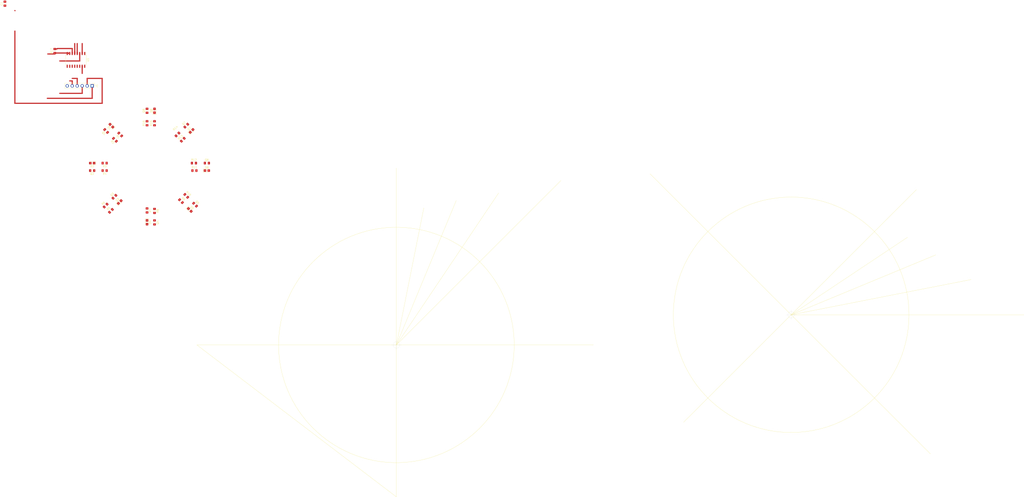
<source format=kicad_pcb>
(kicad_pcb (version 20171130) (host pcbnew "(5.1.4)-1")

  (general
    (thickness 1.6)
    (drawings 17)
    (tracks 30)
    (zones 0)
    (modules 36)
    (nets 24)
  )

  (page A4)
  (layers
    (0 F.Cu signal)
    (31 B.Cu signal)
    (32 B.Adhes user)
    (33 F.Adhes user)
    (34 B.Paste user hide)
    (35 F.Paste user)
    (36 B.SilkS user hide)
    (37 F.SilkS user)
    (38 B.Mask user)
    (39 F.Mask user)
    (40 Dwgs.User user)
    (41 Cmts.User user)
    (42 Eco1.User user)
    (43 Eco2.User user)
    (44 Edge.Cuts user)
    (45 Margin user)
    (46 B.CrtYd user)
    (47 F.CrtYd user)
    (48 B.Fab user)
    (49 F.Fab user)
  )

  (setup
    (last_trace_width 0.6)
    (user_trace_width 0.6)
    (user_trace_width 0.8)
    (user_trace_width 1)
    (trace_clearance 0.2)
    (zone_clearance 0.508)
    (zone_45_only no)
    (trace_min 0.2)
    (via_size 0.8)
    (via_drill 0.4)
    (via_min_size 0.4)
    (via_min_drill 0.3)
    (uvia_size 0.3)
    (uvia_drill 0.1)
    (uvias_allowed no)
    (uvia_min_size 0.2)
    (uvia_min_drill 0.1)
    (edge_width 0.05)
    (segment_width 0.2)
    (pcb_text_width 0.3)
    (pcb_text_size 1.5 1.5)
    (mod_edge_width 0.12)
    (mod_text_size 1 1)
    (mod_text_width 0.15)
    (pad_size 1.524 1.524)
    (pad_drill 0.762)
    (pad_to_mask_clearance 0.051)
    (solder_mask_min_width 0.25)
    (aux_axis_origin 0 0)
    (visible_elements FFFFFF7F)
    (pcbplotparams
      (layerselection 0x010fc_ffffffff)
      (usegerberextensions false)
      (usegerberattributes false)
      (usegerberadvancedattributes false)
      (creategerberjobfile false)
      (excludeedgelayer true)
      (linewidth 0.100000)
      (plotframeref false)
      (viasonmask false)
      (mode 1)
      (useauxorigin false)
      (hpglpennumber 1)
      (hpglpenspeed 20)
      (hpglpendiameter 15.000000)
      (psnegative false)
      (psa4output false)
      (plotreference true)
      (plotvalue true)
      (plotinvisibletext false)
      (padsonsilk false)
      (subtractmaskfromsilk false)
      (outputformat 1)
      (mirror false)
      (drillshape 1)
      (scaleselection 1)
      (outputdirectory ""))
  )

  (net 0 "")
  (net 1 "Net-(C1-Pad1)")
  (net 2 "Net-(C1-Pad2)")
  (net 3 "Net-(J1-Pad3)")
  (net 4 "Net-(J1-Pad4)")
  (net 5 "Net-(J1-Pad5)")
  (net 6 "Net-(J1-Pad6)")
  (net 7 "Net-(Q1-Pad1)")
  (net 8 "Net-(Q2-Pad1)")
  (net 9 "Net-(Q3-Pad1)")
  (net 10 "Net-(Q4-Pad1)")
  (net 11 "Net-(Q5-Pad1)")
  (net 12 "Net-(Q6-Pad1)")
  (net 13 "Net-(Q7-Pad1)")
  (net 14 "Net-(Q8-Pad1)")
  (net 15 "Net-(D1-Pad1)")
  (net 16 "Net-(D2-Pad1)")
  (net 17 "Net-(D3-Pad1)")
  (net 18 "Net-(D4-Pad1)")
  (net 19 "Net-(D5-Pad1)")
  (net 20 "Net-(D6-Pad1)")
  (net 21 "Net-(D7-Pad1)")
  (net 22 "Net-(D8-Pad1)")
  (net 23 "Net-(R17-Pad2)")

  (net_class Default "Это класс цепей по умолчанию."
    (clearance 0.2)
    (trace_width 0.25)
    (via_dia 0.8)
    (via_drill 0.4)
    (uvia_dia 0.3)
    (uvia_drill 0.1)
    (add_net "Net-(C1-Pad1)")
    (add_net "Net-(C1-Pad2)")
    (add_net "Net-(D1-Pad1)")
    (add_net "Net-(D2-Pad1)")
    (add_net "Net-(D3-Pad1)")
    (add_net "Net-(D4-Pad1)")
    (add_net "Net-(D5-Pad1)")
    (add_net "Net-(D6-Pad1)")
    (add_net "Net-(D7-Pad1)")
    (add_net "Net-(D8-Pad1)")
    (add_net "Net-(J1-Pad3)")
    (add_net "Net-(J1-Pad4)")
    (add_net "Net-(J1-Pad5)")
    (add_net "Net-(J1-Pad6)")
    (add_net "Net-(Q1-Pad1)")
    (add_net "Net-(Q2-Pad1)")
    (add_net "Net-(Q3-Pad1)")
    (add_net "Net-(Q4-Pad1)")
    (add_net "Net-(Q5-Pad1)")
    (add_net "Net-(Q6-Pad1)")
    (add_net "Net-(Q7-Pad1)")
    (add_net "Net-(Q8-Pad1)")
    (add_net "Net-(R17-Pad2)")
  )

  (module Resistor_SMD:R_0805_2012Metric_Pad1.15x1.40mm_HandSolder (layer F.Cu) (tedit 5B36C52B) (tstamp 5DF3DDC0)
    (at 0 1.27 90)
    (descr "Resistor SMD 0805 (2012 Metric), square (rectangular) end terminal, IPC_7351 nominal with elongated pad for handsoldering. (Body size source: https://docs.google.com/spreadsheets/d/1BsfQQcO9C6DZCsRaXUlFlo91Tg2WpOkGARC1WS5S8t0/edit?usp=sharing), generated with kicad-footprint-generator")
    (tags "resistor handsolder")
    (path /5DF4C7C0)
    (attr smd)
    (fp_text reference R16 (at 0 -1.65 90) (layer F.SilkS)
      (effects (font (size 1 1) (thickness 0.15)))
    )
    (fp_text value R (at 0 1.65 90) (layer F.Fab)
      (effects (font (size 1 1) (thickness 0.15)))
    )
    (fp_text user %R (at 0 0 90) (layer F.Fab)
      (effects (font (size 0.5 0.5) (thickness 0.08)))
    )
    (fp_line (start 1.85 0.95) (end -1.85 0.95) (layer F.CrtYd) (width 0.05))
    (fp_line (start 1.85 -0.95) (end 1.85 0.95) (layer F.CrtYd) (width 0.05))
    (fp_line (start -1.85 -0.95) (end 1.85 -0.95) (layer F.CrtYd) (width 0.05))
    (fp_line (start -1.85 0.95) (end -1.85 -0.95) (layer F.CrtYd) (width 0.05))
    (fp_line (start -0.261252 0.71) (end 0.261252 0.71) (layer F.SilkS) (width 0.12))
    (fp_line (start -0.261252 -0.71) (end 0.261252 -0.71) (layer F.SilkS) (width 0.12))
    (fp_line (start 1 0.6) (end -1 0.6) (layer F.Fab) (width 0.1))
    (fp_line (start 1 -0.6) (end 1 0.6) (layer F.Fab) (width 0.1))
    (fp_line (start -1 -0.6) (end 1 -0.6) (layer F.Fab) (width 0.1))
    (fp_line (start -1 0.6) (end -1 -0.6) (layer F.Fab) (width 0.1))
    (pad 2 smd roundrect (at 1.025 0 90) (size 1.15 1.4) (layers F.Cu F.Paste F.Mask) (roundrect_rratio 0.217391)
      (net 14 "Net-(Q8-Pad1)"))
    (pad 1 smd roundrect (at -1.025 0 90) (size 1.15 1.4) (layers F.Cu F.Paste F.Mask) (roundrect_rratio 0.217391)
      (net 2 "Net-(C1-Pad2)"))
    (model ${KISYS3DMOD}/Resistor_SMD.3dshapes/R_0805_2012Metric.wrl
      (at (xyz 0 0 0))
      (scale (xyz 1 1 1))
      (rotate (xyz 0 0 0))
    )
  )

  (module Resistor_SMD:R_0805_2012Metric_Pad1.15x1.40mm_HandSolder (layer F.Cu) (tedit 5B36C52B) (tstamp 5DF3DDAF)
    (at 3.81 1.27 90)
    (descr "Resistor SMD 0805 (2012 Metric), square (rectangular) end terminal, IPC_7351 nominal with elongated pad for handsoldering. (Body size source: https://docs.google.com/spreadsheets/d/1BsfQQcO9C6DZCsRaXUlFlo91Tg2WpOkGARC1WS5S8t0/edit?usp=sharing), generated with kicad-footprint-generator")
    (tags "resistor handsolder")
    (path /5DF4C7BA)
    (attr smd)
    (fp_text reference R15 (at 0 -1.65 90) (layer F.SilkS)
      (effects (font (size 1 1) (thickness 0.15)))
    )
    (fp_text value R (at 0 1.65 90) (layer F.Fab)
      (effects (font (size 1 1) (thickness 0.15)))
    )
    (fp_text user %R (at 0 0 90) (layer F.Fab)
      (effects (font (size 0.5 0.5) (thickness 0.08)))
    )
    (fp_line (start 1.85 0.95) (end -1.85 0.95) (layer F.CrtYd) (width 0.05))
    (fp_line (start 1.85 -0.95) (end 1.85 0.95) (layer F.CrtYd) (width 0.05))
    (fp_line (start -1.85 -0.95) (end 1.85 -0.95) (layer F.CrtYd) (width 0.05))
    (fp_line (start -1.85 0.95) (end -1.85 -0.95) (layer F.CrtYd) (width 0.05))
    (fp_line (start -0.261252 0.71) (end 0.261252 0.71) (layer F.SilkS) (width 0.12))
    (fp_line (start -0.261252 -0.71) (end 0.261252 -0.71) (layer F.SilkS) (width 0.12))
    (fp_line (start 1 0.6) (end -1 0.6) (layer F.Fab) (width 0.1))
    (fp_line (start 1 -0.6) (end 1 0.6) (layer F.Fab) (width 0.1))
    (fp_line (start -1 -0.6) (end 1 -0.6) (layer F.Fab) (width 0.1))
    (fp_line (start -1 0.6) (end -1 -0.6) (layer F.Fab) (width 0.1))
    (pad 2 smd roundrect (at 1.025 0 90) (size 1.15 1.4) (layers F.Cu F.Paste F.Mask) (roundrect_rratio 0.217391)
      (net 22 "Net-(D8-Pad1)"))
    (pad 1 smd roundrect (at -1.025 0 90) (size 1.15 1.4) (layers F.Cu F.Paste F.Mask) (roundrect_rratio 0.217391)
      (net 2 "Net-(C1-Pad2)"))
    (model ${KISYS3DMOD}/Resistor_SMD.3dshapes/R_0805_2012Metric.wrl
      (at (xyz 0 0 0))
      (scale (xyz 1 1 1))
      (rotate (xyz 0 0 0))
    )
  )

  (module Resistor_SMD:R_0805_2012Metric_Pad1.15x1.40mm_HandSolder (layer F.Cu) (tedit 5B36C52B) (tstamp 5DF3DCB0)
    (at 0 -5.08 90)
    (descr "Resistor SMD 0805 (2012 Metric), square (rectangular) end terminal, IPC_7351 nominal with elongated pad for handsoldering. (Body size source: https://docs.google.com/spreadsheets/d/1BsfQQcO9C6DZCsRaXUlFlo91Tg2WpOkGARC1WS5S8t0/edit?usp=sharing), generated with kicad-footprint-generator")
    (tags "resistor handsolder")
    (path /5DF4C7CC)
    (attr smd)
    (fp_text reference Q8 (at 0 -1.65 90) (layer F.SilkS)
      (effects (font (size 1 1) (thickness 0.15)))
    )
    (fp_text value SFH300 (at 0 1.65 90) (layer F.Fab)
      (effects (font (size 1 1) (thickness 0.15)))
    )
    (fp_text user %R (at 0 0 90) (layer F.Fab)
      (effects (font (size 0.5 0.5) (thickness 0.08)))
    )
    (fp_line (start 1.85 0.95) (end -1.85 0.95) (layer F.CrtYd) (width 0.05))
    (fp_line (start 1.85 -0.95) (end 1.85 0.95) (layer F.CrtYd) (width 0.05))
    (fp_line (start -1.85 -0.95) (end 1.85 -0.95) (layer F.CrtYd) (width 0.05))
    (fp_line (start -1.85 0.95) (end -1.85 -0.95) (layer F.CrtYd) (width 0.05))
    (fp_line (start -0.261252 0.71) (end 0.261252 0.71) (layer F.SilkS) (width 0.12))
    (fp_line (start -0.261252 -0.71) (end 0.261252 -0.71) (layer F.SilkS) (width 0.12))
    (fp_line (start 1 0.6) (end -1 0.6) (layer F.Fab) (width 0.1))
    (fp_line (start 1 -0.6) (end 1 0.6) (layer F.Fab) (width 0.1))
    (fp_line (start -1 -0.6) (end 1 -0.6) (layer F.Fab) (width 0.1))
    (fp_line (start -1 0.6) (end -1 -0.6) (layer F.Fab) (width 0.1))
    (pad 2 smd roundrect (at 1.025 0 90) (size 1.15 1.4) (layers F.Cu F.Paste F.Mask) (roundrect_rratio 0.217391)
      (net 1 "Net-(C1-Pad1)"))
    (pad 1 smd roundrect (at -1.025 0 90) (size 1.15 1.4) (layers F.Cu F.Paste F.Mask) (roundrect_rratio 0.217391)
      (net 14 "Net-(Q8-Pad1)"))
    (model ${KISYS3DMOD}/Resistor_SMD.3dshapes/R_0805_2012Metric.wrl
      (at (xyz 0 0 0))
      (scale (xyz 1 1 1))
      (rotate (xyz 0 0 0))
    )
  )

  (module LED_SMD:LED_0805_2012Metric_Castellated (layer F.Cu) (tedit 5B36C52C) (tstamp 5DF3DC0E)
    (at 3.81 -5.08 90)
    (descr "LED SMD 0805 (2012 Metric), castellated end terminal, IPC_7351 nominal, (Body size source: https://docs.google.com/spreadsheets/d/1BsfQQcO9C6DZCsRaXUlFlo91Tg2WpOkGARC1WS5S8t0/edit?usp=sharing), generated with kicad-footprint-generator")
    (tags "LED castellated")
    (path /5DF4C7C6)
    (attr smd)
    (fp_text reference D8 (at 0 -1.6 90) (layer F.SilkS)
      (effects (font (size 1 1) (thickness 0.15)))
    )
    (fp_text value LED (at 0 1.6 90) (layer F.Fab)
      (effects (font (size 1 1) (thickness 0.15)))
    )
    (fp_text user %R (at 0 0 90) (layer F.Fab)
      (effects (font (size 0.5 0.5) (thickness 0.08)))
    )
    (fp_line (start 1.88 0.9) (end -1.88 0.9) (layer F.CrtYd) (width 0.05))
    (fp_line (start 1.88 -0.9) (end 1.88 0.9) (layer F.CrtYd) (width 0.05))
    (fp_line (start -1.88 -0.9) (end 1.88 -0.9) (layer F.CrtYd) (width 0.05))
    (fp_line (start -1.88 0.9) (end -1.88 -0.9) (layer F.CrtYd) (width 0.05))
    (fp_line (start -1.885 0.91) (end 1 0.91) (layer F.SilkS) (width 0.12))
    (fp_line (start -1.885 -0.91) (end -1.885 0.91) (layer F.SilkS) (width 0.12))
    (fp_line (start 1 -0.91) (end -1.885 -0.91) (layer F.SilkS) (width 0.12))
    (fp_line (start 1 0.6) (end 1 -0.6) (layer F.Fab) (width 0.1))
    (fp_line (start -1 0.6) (end 1 0.6) (layer F.Fab) (width 0.1))
    (fp_line (start -1 -0.3) (end -1 0.6) (layer F.Fab) (width 0.1))
    (fp_line (start -0.7 -0.6) (end -1 -0.3) (layer F.Fab) (width 0.1))
    (fp_line (start 1 -0.6) (end -0.7 -0.6) (layer F.Fab) (width 0.1))
    (pad 2 smd roundrect (at 0.9625 0 90) (size 1.325 1.3) (layers F.Cu F.Paste F.Mask) (roundrect_rratio 0.192308)
      (net 1 "Net-(C1-Pad1)"))
    (pad 1 smd roundrect (at -0.9625 0 90) (size 1.325 1.3) (layers F.Cu F.Paste F.Mask) (roundrect_rratio 0.192308)
      (net 22 "Net-(D8-Pad1)"))
    (model ${KISYS3DMOD}/LED_SMD.3dshapes/LED_0805_2012Metric_Castellated.wrl
      (at (xyz 0 0 0))
      (scale (xyz 1 1 1))
      (rotate (xyz 0 0 0))
    )
  )

  (module Package_SO:SOP-16_4.55x10.3mm_P1.27mm (layer F.Cu) (tedit 5C5B553D) (tstamp 5DF3DDF8)
    (at -36.195 -31.04 270)
    (descr "SOP, 16 Pin (https://toshiba.semicon-storage.com/info/docget.jsp?did=12855&prodName=TLP290-4), generated with kicad-footprint-generator ipc_gullwing_generator.py")
    (tags "SOP SO")
    (path /5DF3FCD1)
    (attr smd)
    (fp_text reference U1 (at 0 -6.1 90) (layer F.SilkS)
      (effects (font (size 1 1) (thickness 0.15)))
    )
    (fp_text value 74HC4051 (at 0 6.1 90) (layer F.Fab)
      (effects (font (size 1 1) (thickness 0.15)))
    )
    (fp_text user %R (at 0 0 90) (layer F.Fab)
      (effects (font (size 1 1) (thickness 0.15)))
    )
    (fp_line (start 4.3 -5.4) (end -4.3 -5.4) (layer F.CrtYd) (width 0.05))
    (fp_line (start 4.3 5.4) (end 4.3 -5.4) (layer F.CrtYd) (width 0.05))
    (fp_line (start -4.3 5.4) (end 4.3 5.4) (layer F.CrtYd) (width 0.05))
    (fp_line (start -4.3 -5.4) (end -4.3 5.4) (layer F.CrtYd) (width 0.05))
    (fp_line (start -2.275 -4.15) (end -1.275 -5.15) (layer F.Fab) (width 0.1))
    (fp_line (start -2.275 5.15) (end -2.275 -4.15) (layer F.Fab) (width 0.1))
    (fp_line (start 2.275 5.15) (end -2.275 5.15) (layer F.Fab) (width 0.1))
    (fp_line (start 2.275 -5.15) (end 2.275 5.15) (layer F.Fab) (width 0.1))
    (fp_line (start -1.275 -5.15) (end 2.275 -5.15) (layer F.Fab) (width 0.1))
    (fp_line (start -2.385 -5.005) (end -4.05 -5.005) (layer F.SilkS) (width 0.12))
    (fp_line (start -2.385 -5.26) (end -2.385 -5.005) (layer F.SilkS) (width 0.12))
    (fp_line (start 0 -5.26) (end -2.385 -5.26) (layer F.SilkS) (width 0.12))
    (fp_line (start 2.385 -5.26) (end 2.385 -5.005) (layer F.SilkS) (width 0.12))
    (fp_line (start 0 -5.26) (end 2.385 -5.26) (layer F.SilkS) (width 0.12))
    (fp_line (start -2.385 5.26) (end -2.385 5.005) (layer F.SilkS) (width 0.12))
    (fp_line (start 0 5.26) (end -2.385 5.26) (layer F.SilkS) (width 0.12))
    (fp_line (start 2.385 5.26) (end 2.385 5.005) (layer F.SilkS) (width 0.12))
    (fp_line (start 0 5.26) (end 2.385 5.26) (layer F.SilkS) (width 0.12))
    (pad 16 smd roundrect (at 3.25 -4.445 270) (size 1.6 0.6) (layers F.Cu F.Paste F.Mask) (roundrect_rratio 0.25)
      (net 1 "Net-(C1-Pad1)"))
    (pad 15 smd roundrect (at 3.25 -3.175 270) (size 1.6 0.6) (layers F.Cu F.Paste F.Mask) (roundrect_rratio 0.25)
      (net 9 "Net-(Q3-Pad1)"))
    (pad 14 smd roundrect (at 3.25 -1.905 270) (size 1.6 0.6) (layers F.Cu F.Paste F.Mask) (roundrect_rratio 0.25)
      (net 8 "Net-(Q2-Pad1)"))
    (pad 13 smd roundrect (at 3.25 -0.635 270) (size 1.6 0.6) (layers F.Cu F.Paste F.Mask) (roundrect_rratio 0.25)
      (net 7 "Net-(Q1-Pad1)"))
    (pad 12 smd roundrect (at 3.25 0.635 270) (size 1.6 0.6) (layers F.Cu F.Paste F.Mask) (roundrect_rratio 0.25)
      (net 10 "Net-(Q4-Pad1)"))
    (pad 11 smd roundrect (at 3.25 1.905 270) (size 1.6 0.6) (layers F.Cu F.Paste F.Mask) (roundrect_rratio 0.25)
      (net 4 "Net-(J1-Pad4)"))
    (pad 10 smd roundrect (at 3.25 3.175 270) (size 1.6 0.6) (layers F.Cu F.Paste F.Mask) (roundrect_rratio 0.25)
      (net 5 "Net-(J1-Pad5)"))
    (pad 9 smd roundrect (at 3.25 4.445 270) (size 1.6 0.6) (layers F.Cu F.Paste F.Mask) (roundrect_rratio 0.25)
      (net 6 "Net-(J1-Pad6)"))
    (pad 8 smd roundrect (at -3.25 4.445 270) (size 1.6 0.6) (layers F.Cu F.Paste F.Mask) (roundrect_rratio 0.25)
      (net 2 "Net-(C1-Pad2)"))
    (pad 7 smd roundrect (at -3.25 3.175 270) (size 1.6 0.6) (layers F.Cu F.Paste F.Mask) (roundrect_rratio 0.25)
      (net 2 "Net-(C1-Pad2)"))
    (pad 6 smd roundrect (at -3.25 1.905 270) (size 1.6 0.6) (layers F.Cu F.Paste F.Mask) (roundrect_rratio 0.25)
      (net 23 "Net-(R17-Pad2)"))
    (pad 5 smd roundrect (at -3.25 0.635 270) (size 1.6 0.6) (layers F.Cu F.Paste F.Mask) (roundrect_rratio 0.25)
      (net 12 "Net-(Q6-Pad1)"))
    (pad 4 smd roundrect (at -3.25 -0.635 270) (size 1.6 0.6) (layers F.Cu F.Paste F.Mask) (roundrect_rratio 0.25)
      (net 14 "Net-(Q8-Pad1)"))
    (pad 3 smd roundrect (at -3.25 -1.905 270) (size 1.6 0.6) (layers F.Cu F.Paste F.Mask) (roundrect_rratio 0.25)
      (net 3 "Net-(J1-Pad3)"))
    (pad 2 smd roundrect (at -3.25 -3.175 270) (size 1.6 0.6) (layers F.Cu F.Paste F.Mask) (roundrect_rratio 0.25)
      (net 13 "Net-(Q7-Pad1)"))
    (pad 1 smd roundrect (at -3.25 -4.445 270) (size 1.6 0.6) (layers F.Cu F.Paste F.Mask) (roundrect_rratio 0.25)
      (net 11 "Net-(Q5-Pad1)"))
    (model ${KISYS3DMOD}/Package_SO.3dshapes/SOP-16_4.55x10.3mm_P1.27mm.wrl
      (at (xyz 0 0 0))
      (scale (xyz 1 1 1))
      (rotate (xyz 0 0 0))
    )
  )

  (module Resistor_SMD:R_0805_2012Metric_Pad1.15x1.40mm_HandSolder (layer F.Cu) (tedit 5B36C52B) (tstamp 5DF3DDD1)
    (at -46.99 -35.56 90)
    (descr "Resistor SMD 0805 (2012 Metric), square (rectangular) end terminal, IPC_7351 nominal with elongated pad for handsoldering. (Body size source: https://docs.google.com/spreadsheets/d/1BsfQQcO9C6DZCsRaXUlFlo91Tg2WpOkGARC1WS5S8t0/edit?usp=sharing), generated with kicad-footprint-generator")
    (tags "resistor handsolder")
    (path /5DFA6CFC)
    (attr smd)
    (fp_text reference R17 (at 0 -1.65 90) (layer F.SilkS)
      (effects (font (size 1 1) (thickness 0.15)))
    )
    (fp_text value R (at 0 1.65 90) (layer F.Fab)
      (effects (font (size 1 1) (thickness 0.15)))
    )
    (fp_text user %R (at 0 0 90) (layer F.Fab)
      (effects (font (size 0.5 0.5) (thickness 0.08)))
    )
    (fp_line (start 1.85 0.95) (end -1.85 0.95) (layer F.CrtYd) (width 0.05))
    (fp_line (start 1.85 -0.95) (end 1.85 0.95) (layer F.CrtYd) (width 0.05))
    (fp_line (start -1.85 -0.95) (end 1.85 -0.95) (layer F.CrtYd) (width 0.05))
    (fp_line (start -1.85 0.95) (end -1.85 -0.95) (layer F.CrtYd) (width 0.05))
    (fp_line (start -0.261252 0.71) (end 0.261252 0.71) (layer F.SilkS) (width 0.12))
    (fp_line (start -0.261252 -0.71) (end 0.261252 -0.71) (layer F.SilkS) (width 0.12))
    (fp_line (start 1 0.6) (end -1 0.6) (layer F.Fab) (width 0.1))
    (fp_line (start 1 -0.6) (end 1 0.6) (layer F.Fab) (width 0.1))
    (fp_line (start -1 -0.6) (end 1 -0.6) (layer F.Fab) (width 0.1))
    (fp_line (start -1 0.6) (end -1 -0.6) (layer F.Fab) (width 0.1))
    (pad 2 smd roundrect (at 1.025 0 90) (size 1.15 1.4) (layers F.Cu F.Paste F.Mask) (roundrect_rratio 0.217391)
      (net 23 "Net-(R17-Pad2)"))
    (pad 1 smd roundrect (at -1.025 0 90) (size 1.15 1.4) (layers F.Cu F.Paste F.Mask) (roundrect_rratio 0.217391)
      (net 2 "Net-(C1-Pad2)"))
    (model ${KISYS3DMOD}/Resistor_SMD.3dshapes/R_0805_2012Metric.wrl
      (at (xyz 0 0 0))
      (scale (xyz 1 1 1))
      (rotate (xyz 0 0 0))
    )
  )

  (module Resistor_SMD:R_0805_2012Metric_Pad1.15x1.40mm_HandSolder (layer F.Cu) (tedit 5B36C52B) (tstamp 5DF3DD9E)
    (at 15.501668 6.983238 45)
    (descr "Resistor SMD 0805 (2012 Metric), square (rectangular) end terminal, IPC_7351 nominal with elongated pad for handsoldering. (Body size source: https://docs.google.com/spreadsheets/d/1BsfQQcO9C6DZCsRaXUlFlo91Tg2WpOkGARC1WS5S8t0/edit?usp=sharing), generated with kicad-footprint-generator")
    (tags "resistor handsolder")
    (path /5DF4C7A3)
    (attr smd)
    (fp_text reference R14 (at 1.5 -3 45) (layer F.SilkS)
      (effects (font (size 1 1) (thickness 0.15)))
    )
    (fp_text value R (at 0 1.65 45) (layer F.Fab)
      (effects (font (size 1 1) (thickness 0.15)))
    )
    (fp_text user %R (at 0 0 45) (layer F.Fab)
      (effects (font (size 0.5 0.5) (thickness 0.08)))
    )
    (fp_line (start 1.85 0.95) (end -1.85 0.95) (layer F.CrtYd) (width 0.05))
    (fp_line (start 1.85 -0.95) (end 1.85 0.95) (layer F.CrtYd) (width 0.05))
    (fp_line (start -1.85 -0.95) (end 1.85 -0.95) (layer F.CrtYd) (width 0.05))
    (fp_line (start -1.85 0.95) (end -1.85 -0.95) (layer F.CrtYd) (width 0.05))
    (fp_line (start -0.261252 0.71) (end 0.261252 0.71) (layer F.SilkS) (width 0.12))
    (fp_line (start -0.261252 -0.71) (end 0.261252 -0.71) (layer F.SilkS) (width 0.12))
    (fp_line (start 1 0.6) (end -1 0.6) (layer F.Fab) (width 0.1))
    (fp_line (start 1 -0.6) (end 1 0.6) (layer F.Fab) (width 0.1))
    (fp_line (start -1 -0.6) (end 1 -0.6) (layer F.Fab) (width 0.1))
    (fp_line (start -1 0.6) (end -1 -0.6) (layer F.Fab) (width 0.1))
    (pad 2 smd roundrect (at 1.025 0 45) (size 1.15 1.4) (layers F.Cu F.Paste F.Mask) (roundrect_rratio 0.217391)
      (net 13 "Net-(Q7-Pad1)"))
    (pad 1 smd roundrect (at -1.025 0 45) (size 1.15 1.4) (layers F.Cu F.Paste F.Mask) (roundrect_rratio 0.217391)
      (net 2 "Net-(C1-Pad2)"))
    (model ${KISYS3DMOD}/Resistor_SMD.3dshapes/R_0805_2012Metric.wrl
      (at (xyz 0 0 0))
      (scale (xyz 1 1 1))
      (rotate (xyz 0 0 0))
    )
  )

  (module Resistor_SMD:R_0805_2012Metric_Pad1.15x1.40mm_HandSolder (layer F.Cu) (tedit 5B36C52B) (tstamp 5DF3DD8D)
    (at 18.195745 9.677314 45)
    (descr "Resistor SMD 0805 (2012 Metric), square (rectangular) end terminal, IPC_7351 nominal with elongated pad for handsoldering. (Body size source: https://docs.google.com/spreadsheets/d/1BsfQQcO9C6DZCsRaXUlFlo91Tg2WpOkGARC1WS5S8t0/edit?usp=sharing), generated with kicad-footprint-generator")
    (tags "resistor handsolder")
    (path /5DF4C79D)
    (attr smd)
    (fp_text reference R13 (at 0 -1.65 45) (layer F.SilkS)
      (effects (font (size 1 1) (thickness 0.15)))
    )
    (fp_text value R (at 0 1.65 45) (layer F.Fab)
      (effects (font (size 1 1) (thickness 0.15)))
    )
    (fp_text user %R (at 0 0 45) (layer F.Fab)
      (effects (font (size 0.5 0.5) (thickness 0.08)))
    )
    (fp_line (start 1.85 0.95) (end -1.85 0.95) (layer F.CrtYd) (width 0.05))
    (fp_line (start 1.85 -0.95) (end 1.85 0.95) (layer F.CrtYd) (width 0.05))
    (fp_line (start -1.85 -0.95) (end 1.85 -0.95) (layer F.CrtYd) (width 0.05))
    (fp_line (start -1.85 0.95) (end -1.85 -0.95) (layer F.CrtYd) (width 0.05))
    (fp_line (start -0.261252 0.71) (end 0.261252 0.71) (layer F.SilkS) (width 0.12))
    (fp_line (start -0.261252 -0.71) (end 0.261252 -0.71) (layer F.SilkS) (width 0.12))
    (fp_line (start 1 0.6) (end -1 0.6) (layer F.Fab) (width 0.1))
    (fp_line (start 1 -0.6) (end 1 0.6) (layer F.Fab) (width 0.1))
    (fp_line (start -1 -0.6) (end 1 -0.6) (layer F.Fab) (width 0.1))
    (fp_line (start -1 0.6) (end -1 -0.6) (layer F.Fab) (width 0.1))
    (pad 2 smd roundrect (at 1.025 0 45) (size 1.15 1.4) (layers F.Cu F.Paste F.Mask) (roundrect_rratio 0.217391)
      (net 21 "Net-(D7-Pad1)"))
    (pad 1 smd roundrect (at -1.025 0 45) (size 1.15 1.4) (layers F.Cu F.Paste F.Mask) (roundrect_rratio 0.217391)
      (net 2 "Net-(C1-Pad2)"))
    (model ${KISYS3DMOD}/Resistor_SMD.3dshapes/R_0805_2012Metric.wrl
      (at (xyz 0 0 0))
      (scale (xyz 1 1 1))
      (rotate (xyz 0 0 0))
    )
  )

  (module Resistor_SMD:R_0805_2012Metric_Pad1.15x1.40mm_HandSolder (layer F.Cu) (tedit 5B36C52B) (tstamp 5DF3DD7C)
    (at 23.885 21.59)
    (descr "Resistor SMD 0805 (2012 Metric), square (rectangular) end terminal, IPC_7351 nominal with elongated pad for handsoldering. (Body size source: https://docs.google.com/spreadsheets/d/1BsfQQcO9C6DZCsRaXUlFlo91Tg2WpOkGARC1WS5S8t0/edit?usp=sharing), generated with kicad-footprint-generator")
    (tags "resistor handsolder")
    (path /5DF4C786)
    (attr smd)
    (fp_text reference R12 (at 0 -1.65) (layer F.SilkS)
      (effects (font (size 1 1) (thickness 0.15)))
    )
    (fp_text value R (at 0 1.65) (layer F.Fab)
      (effects (font (size 1 1) (thickness 0.15)))
    )
    (fp_text user %R (at 0 0) (layer F.Fab)
      (effects (font (size 0.5 0.5) (thickness 0.08)))
    )
    (fp_line (start 1.85 0.95) (end -1.85 0.95) (layer F.CrtYd) (width 0.05))
    (fp_line (start 1.85 -0.95) (end 1.85 0.95) (layer F.CrtYd) (width 0.05))
    (fp_line (start -1.85 -0.95) (end 1.85 -0.95) (layer F.CrtYd) (width 0.05))
    (fp_line (start -1.85 0.95) (end -1.85 -0.95) (layer F.CrtYd) (width 0.05))
    (fp_line (start -0.261252 0.71) (end 0.261252 0.71) (layer F.SilkS) (width 0.12))
    (fp_line (start -0.261252 -0.71) (end 0.261252 -0.71) (layer F.SilkS) (width 0.12))
    (fp_line (start 1 0.6) (end -1 0.6) (layer F.Fab) (width 0.1))
    (fp_line (start 1 -0.6) (end 1 0.6) (layer F.Fab) (width 0.1))
    (fp_line (start -1 -0.6) (end 1 -0.6) (layer F.Fab) (width 0.1))
    (fp_line (start -1 0.6) (end -1 -0.6) (layer F.Fab) (width 0.1))
    (pad 2 smd roundrect (at 1.025 0) (size 1.15 1.4) (layers F.Cu F.Paste F.Mask) (roundrect_rratio 0.217391)
      (net 12 "Net-(Q6-Pad1)"))
    (pad 1 smd roundrect (at -1.025 0) (size 1.15 1.4) (layers F.Cu F.Paste F.Mask) (roundrect_rratio 0.217391)
      (net 2 "Net-(C1-Pad2)"))
    (model ${KISYS3DMOD}/Resistor_SMD.3dshapes/R_0805_2012Metric.wrl
      (at (xyz 0 0 0))
      (scale (xyz 1 1 1))
      (rotate (xyz 0 0 0))
    )
  )

  (module Resistor_SMD:R_0805_2012Metric_Pad1.15x1.40mm_HandSolder (layer F.Cu) (tedit 5B36C52B) (tstamp 5DF3DD6B)
    (at 24.13 25.4)
    (descr "Resistor SMD 0805 (2012 Metric), square (rectangular) end terminal, IPC_7351 nominal with elongated pad for handsoldering. (Body size source: https://docs.google.com/spreadsheets/d/1BsfQQcO9C6DZCsRaXUlFlo91Tg2WpOkGARC1WS5S8t0/edit?usp=sharing), generated with kicad-footprint-generator")
    (tags "resistor handsolder")
    (path /5DF4C780)
    (attr smd)
    (fp_text reference R11 (at 0 -1.65) (layer F.SilkS)
      (effects (font (size 1 1) (thickness 0.15)))
    )
    (fp_text value R (at 0 1.65) (layer F.Fab)
      (effects (font (size 1 1) (thickness 0.15)))
    )
    (fp_text user %R (at 0 0) (layer F.Fab)
      (effects (font (size 0.5 0.5) (thickness 0.08)))
    )
    (fp_line (start 1.85 0.95) (end -1.85 0.95) (layer F.CrtYd) (width 0.05))
    (fp_line (start 1.85 -0.95) (end 1.85 0.95) (layer F.CrtYd) (width 0.05))
    (fp_line (start -1.85 -0.95) (end 1.85 -0.95) (layer F.CrtYd) (width 0.05))
    (fp_line (start -1.85 0.95) (end -1.85 -0.95) (layer F.CrtYd) (width 0.05))
    (fp_line (start -0.261252 0.71) (end 0.261252 0.71) (layer F.SilkS) (width 0.12))
    (fp_line (start -0.261252 -0.71) (end 0.261252 -0.71) (layer F.SilkS) (width 0.12))
    (fp_line (start 1 0.6) (end -1 0.6) (layer F.Fab) (width 0.1))
    (fp_line (start 1 -0.6) (end 1 0.6) (layer F.Fab) (width 0.1))
    (fp_line (start -1 -0.6) (end 1 -0.6) (layer F.Fab) (width 0.1))
    (fp_line (start -1 0.6) (end -1 -0.6) (layer F.Fab) (width 0.1))
    (pad 2 smd roundrect (at 1.025 0) (size 1.15 1.4) (layers F.Cu F.Paste F.Mask) (roundrect_rratio 0.217391)
      (net 20 "Net-(D6-Pad1)"))
    (pad 1 smd roundrect (at -1.025 0) (size 1.15 1.4) (layers F.Cu F.Paste F.Mask) (roundrect_rratio 0.217391)
      (net 2 "Net-(C1-Pad2)"))
    (model ${KISYS3DMOD}/Resistor_SMD.3dshapes/R_0805_2012Metric.wrl
      (at (xyz 0 0 0))
      (scale (xyz 1 1 1))
      (rotate (xyz 0 0 0))
    )
  )

  (module Resistor_SMD:R_0805_2012Metric_Pad1.15x1.40mm_HandSolder (layer F.Cu) (tedit 5B36C52B) (tstamp 5DF3DD5A)
    (at 19.974461 38.289583 315)
    (descr "Resistor SMD 0805 (2012 Metric), square (rectangular) end terminal, IPC_7351 nominal with elongated pad for handsoldering. (Body size source: https://docs.google.com/spreadsheets/d/1BsfQQcO9C6DZCsRaXUlFlo91Tg2WpOkGARC1WS5S8t0/edit?usp=sharing), generated with kicad-footprint-generator")
    (tags "resistor handsolder")
    (path /5DF4C768)
    (attr smd)
    (fp_text reference R10 (at 0 -1.65 135) (layer F.SilkS)
      (effects (font (size 1 1) (thickness 0.15)))
    )
    (fp_text value R (at 0 1.65 135) (layer F.Fab)
      (effects (font (size 1 1) (thickness 0.15)))
    )
    (fp_text user %R (at 0 0 135) (layer F.Fab)
      (effects (font (size 0.5 0.5) (thickness 0.08)))
    )
    (fp_line (start 1.85 0.95) (end -1.85 0.95) (layer F.CrtYd) (width 0.05))
    (fp_line (start 1.85 -0.95) (end 1.85 0.95) (layer F.CrtYd) (width 0.05))
    (fp_line (start -1.85 -0.95) (end 1.85 -0.95) (layer F.CrtYd) (width 0.05))
    (fp_line (start -1.85 0.95) (end -1.85 -0.95) (layer F.CrtYd) (width 0.05))
    (fp_line (start -0.261252 0.71) (end 0.261252 0.71) (layer F.SilkS) (width 0.12))
    (fp_line (start -0.261252 -0.71) (end 0.261252 -0.71) (layer F.SilkS) (width 0.12))
    (fp_line (start 1 0.6) (end -1 0.6) (layer F.Fab) (width 0.1))
    (fp_line (start 1 -0.6) (end 1 0.6) (layer F.Fab) (width 0.1))
    (fp_line (start -1 -0.6) (end 1 -0.6) (layer F.Fab) (width 0.1))
    (fp_line (start -1 0.6) (end -1 -0.6) (layer F.Fab) (width 0.1))
    (pad 2 smd roundrect (at 1.025 0 315) (size 1.15 1.4) (layers F.Cu F.Paste F.Mask) (roundrect_rratio 0.217391)
      (net 11 "Net-(Q5-Pad1)"))
    (pad 1 smd roundrect (at -1.025 0 315) (size 1.15 1.4) (layers F.Cu F.Paste F.Mask) (roundrect_rratio 0.217391)
      (net 2 "Net-(C1-Pad2)"))
    (model ${KISYS3DMOD}/Resistor_SMD.3dshapes/R_0805_2012Metric.wrl
      (at (xyz 0 0 0))
      (scale (xyz 1 1 1))
      (rotate (xyz 0 0 0))
    )
  )

  (module Resistor_SMD:R_0805_2012Metric_Pad1.15x1.40mm_HandSolder (layer F.Cu) (tedit 5B36C52B) (tstamp 5DF3DD49)
    (at 17.280384 40.98366 315)
    (descr "Resistor SMD 0805 (2012 Metric), square (rectangular) end terminal, IPC_7351 nominal with elongated pad for handsoldering. (Body size source: https://docs.google.com/spreadsheets/d/1BsfQQcO9C6DZCsRaXUlFlo91Tg2WpOkGARC1WS5S8t0/edit?usp=sharing), generated with kicad-footprint-generator")
    (tags "resistor handsolder")
    (path /5DF4C762)
    (attr smd)
    (fp_text reference R9 (at 0 -1.65 135) (layer F.SilkS)
      (effects (font (size 1 1) (thickness 0.15)))
    )
    (fp_text value R (at 0 1.65 135) (layer F.Fab)
      (effects (font (size 1 1) (thickness 0.15)))
    )
    (fp_text user %R (at 0 0 135) (layer F.Fab)
      (effects (font (size 0.5 0.5) (thickness 0.08)))
    )
    (fp_line (start 1.85 0.95) (end -1.85 0.95) (layer F.CrtYd) (width 0.05))
    (fp_line (start 1.85 -0.95) (end 1.85 0.95) (layer F.CrtYd) (width 0.05))
    (fp_line (start -1.85 -0.95) (end 1.85 -0.95) (layer F.CrtYd) (width 0.05))
    (fp_line (start -1.85 0.95) (end -1.85 -0.95) (layer F.CrtYd) (width 0.05))
    (fp_line (start -0.261252 0.71) (end 0.261252 0.71) (layer F.SilkS) (width 0.12))
    (fp_line (start -0.261252 -0.71) (end 0.261252 -0.71) (layer F.SilkS) (width 0.12))
    (fp_line (start 1 0.6) (end -1 0.6) (layer F.Fab) (width 0.1))
    (fp_line (start 1 -0.6) (end 1 0.6) (layer F.Fab) (width 0.1))
    (fp_line (start -1 -0.6) (end 1 -0.6) (layer F.Fab) (width 0.1))
    (fp_line (start -1 0.6) (end -1 -0.6) (layer F.Fab) (width 0.1))
    (pad 2 smd roundrect (at 1.025 0 315) (size 1.15 1.4) (layers F.Cu F.Paste F.Mask) (roundrect_rratio 0.217391)
      (net 19 "Net-(D5-Pad1)"))
    (pad 1 smd roundrect (at -1.025 0 315) (size 1.15 1.4) (layers F.Cu F.Paste F.Mask) (roundrect_rratio 0.217391)
      (net 2 "Net-(C1-Pad2)"))
    (model ${KISYS3DMOD}/Resistor_SMD.3dshapes/R_0805_2012Metric.wrl
      (at (xyz 0 0 0))
      (scale (xyz 1 1 1))
      (rotate (xyz 0 0 0))
    )
  )

  (module Resistor_SMD:R_0805_2012Metric_Pad1.15x1.40mm_HandSolder (layer F.Cu) (tedit 5B36C52B) (tstamp 5DF3DD38)
    (at 3.81 45.965 270)
    (descr "Resistor SMD 0805 (2012 Metric), square (rectangular) end terminal, IPC_7351 nominal with elongated pad for handsoldering. (Body size source: https://docs.google.com/spreadsheets/d/1BsfQQcO9C6DZCsRaXUlFlo91Tg2WpOkGARC1WS5S8t0/edit?usp=sharing), generated with kicad-footprint-generator")
    (tags "resistor handsolder")
    (path /5DF459CE)
    (attr smd)
    (fp_text reference R8 (at 0 -1.65 90) (layer F.SilkS)
      (effects (font (size 1 1) (thickness 0.15)))
    )
    (fp_text value R (at 0 1.65 90) (layer F.Fab)
      (effects (font (size 1 1) (thickness 0.15)))
    )
    (fp_text user %R (at 0 0 90) (layer F.Fab)
      (effects (font (size 0.5 0.5) (thickness 0.08)))
    )
    (fp_line (start 1.85 0.95) (end -1.85 0.95) (layer F.CrtYd) (width 0.05))
    (fp_line (start 1.85 -0.95) (end 1.85 0.95) (layer F.CrtYd) (width 0.05))
    (fp_line (start -1.85 -0.95) (end 1.85 -0.95) (layer F.CrtYd) (width 0.05))
    (fp_line (start -1.85 0.95) (end -1.85 -0.95) (layer F.CrtYd) (width 0.05))
    (fp_line (start -0.261252 0.71) (end 0.261252 0.71) (layer F.SilkS) (width 0.12))
    (fp_line (start -0.261252 -0.71) (end 0.261252 -0.71) (layer F.SilkS) (width 0.12))
    (fp_line (start 1 0.6) (end -1 0.6) (layer F.Fab) (width 0.1))
    (fp_line (start 1 -0.6) (end 1 0.6) (layer F.Fab) (width 0.1))
    (fp_line (start -1 -0.6) (end 1 -0.6) (layer F.Fab) (width 0.1))
    (fp_line (start -1 0.6) (end -1 -0.6) (layer F.Fab) (width 0.1))
    (pad 2 smd roundrect (at 1.025 0 270) (size 1.15 1.4) (layers F.Cu F.Paste F.Mask) (roundrect_rratio 0.217391)
      (net 10 "Net-(Q4-Pad1)"))
    (pad 1 smd roundrect (at -1.025 0 270) (size 1.15 1.4) (layers F.Cu F.Paste F.Mask) (roundrect_rratio 0.217391)
      (net 2 "Net-(C1-Pad2)"))
    (model ${KISYS3DMOD}/Resistor_SMD.3dshapes/R_0805_2012Metric.wrl
      (at (xyz 0 0 0))
      (scale (xyz 1 1 1))
      (rotate (xyz 0 0 0))
    )
  )

  (module Resistor_SMD:R_0805_2012Metric_Pad1.15x1.40mm_HandSolder (layer F.Cu) (tedit 5B36C52B) (tstamp 5DF3DD27)
    (at 0 45.72 270)
    (descr "Resistor SMD 0805 (2012 Metric), square (rectangular) end terminal, IPC_7351 nominal with elongated pad for handsoldering. (Body size source: https://docs.google.com/spreadsheets/d/1BsfQQcO9C6DZCsRaXUlFlo91Tg2WpOkGARC1WS5S8t0/edit?usp=sharing), generated with kicad-footprint-generator")
    (tags "resistor handsolder")
    (path /5DF459C8)
    (attr smd)
    (fp_text reference R7 (at 0 -1.65 90) (layer F.SilkS)
      (effects (font (size 1 1) (thickness 0.15)))
    )
    (fp_text value R (at 0 1.65 90) (layer F.Fab)
      (effects (font (size 1 1) (thickness 0.15)))
    )
    (fp_text user %R (at 0 0 90) (layer F.Fab)
      (effects (font (size 0.5 0.5) (thickness 0.08)))
    )
    (fp_line (start 1.85 0.95) (end -1.85 0.95) (layer F.CrtYd) (width 0.05))
    (fp_line (start 1.85 -0.95) (end 1.85 0.95) (layer F.CrtYd) (width 0.05))
    (fp_line (start -1.85 -0.95) (end 1.85 -0.95) (layer F.CrtYd) (width 0.05))
    (fp_line (start -1.85 0.95) (end -1.85 -0.95) (layer F.CrtYd) (width 0.05))
    (fp_line (start -0.261252 0.71) (end 0.261252 0.71) (layer F.SilkS) (width 0.12))
    (fp_line (start -0.261252 -0.71) (end 0.261252 -0.71) (layer F.SilkS) (width 0.12))
    (fp_line (start 1 0.6) (end -1 0.6) (layer F.Fab) (width 0.1))
    (fp_line (start 1 -0.6) (end 1 0.6) (layer F.Fab) (width 0.1))
    (fp_line (start -1 -0.6) (end 1 -0.6) (layer F.Fab) (width 0.1))
    (fp_line (start -1 0.6) (end -1 -0.6) (layer F.Fab) (width 0.1))
    (pad 2 smd roundrect (at 1.025 0 270) (size 1.15 1.4) (layers F.Cu F.Paste F.Mask) (roundrect_rratio 0.217391)
      (net 18 "Net-(D4-Pad1)"))
    (pad 1 smd roundrect (at -1.025 0 270) (size 1.15 1.4) (layers F.Cu F.Paste F.Mask) (roundrect_rratio 0.217391)
      (net 2 "Net-(C1-Pad2)"))
    (model ${KISYS3DMOD}/Resistor_SMD.3dshapes/R_0805_2012Metric.wrl
      (at (xyz 0 0 0))
      (scale (xyz 1 1 1))
      (rotate (xyz 0 0 0))
    )
  )

  (module Resistor_SMD:R_0805_2012Metric_Pad1.15x1.40mm_HandSolder (layer F.Cu) (tedit 5B36C52B) (tstamp 5DF3DD16)
    (at -21.091088 43.240481 45)
    (descr "Resistor SMD 0805 (2012 Metric), square (rectangular) end terminal, IPC_7351 nominal with elongated pad for handsoldering. (Body size source: https://docs.google.com/spreadsheets/d/1BsfQQcO9C6DZCsRaXUlFlo91Tg2WpOkGARC1WS5S8t0/edit?usp=sharing), generated with kicad-footprint-generator")
    (tags "resistor handsolder")
    (path /5DF4426D)
    (attr smd)
    (fp_text reference R6 (at 0 -1.65 45) (layer F.SilkS)
      (effects (font (size 1 1) (thickness 0.15)))
    )
    (fp_text value R (at 0 1.65 45) (layer F.Fab)
      (effects (font (size 1 1) (thickness 0.15)))
    )
    (fp_text user %R (at 0 0 45) (layer F.Fab)
      (effects (font (size 0.5 0.5) (thickness 0.08)))
    )
    (fp_line (start 1.85 0.95) (end -1.85 0.95) (layer F.CrtYd) (width 0.05))
    (fp_line (start 1.85 -0.95) (end 1.85 0.95) (layer F.CrtYd) (width 0.05))
    (fp_line (start -1.85 -0.95) (end 1.85 -0.95) (layer F.CrtYd) (width 0.05))
    (fp_line (start -1.85 0.95) (end -1.85 -0.95) (layer F.CrtYd) (width 0.05))
    (fp_line (start -0.261252 0.71) (end 0.261252 0.71) (layer F.SilkS) (width 0.12))
    (fp_line (start -0.261252 -0.71) (end 0.261252 -0.71) (layer F.SilkS) (width 0.12))
    (fp_line (start 1 0.6) (end -1 0.6) (layer F.Fab) (width 0.1))
    (fp_line (start 1 -0.6) (end 1 0.6) (layer F.Fab) (width 0.1))
    (fp_line (start -1 -0.6) (end 1 -0.6) (layer F.Fab) (width 0.1))
    (fp_line (start -1 0.6) (end -1 -0.6) (layer F.Fab) (width 0.1))
    (pad 2 smd roundrect (at 1.025 0 45) (size 1.15 1.4) (layers F.Cu F.Paste F.Mask) (roundrect_rratio 0.217391)
      (net 9 "Net-(Q3-Pad1)"))
    (pad 1 smd roundrect (at -1.025 0 45) (size 1.15 1.4) (layers F.Cu F.Paste F.Mask) (roundrect_rratio 0.217391)
      (net 2 "Net-(C1-Pad2)"))
    (model ${KISYS3DMOD}/Resistor_SMD.3dshapes/R_0805_2012Metric.wrl
      (at (xyz 0 0 0))
      (scale (xyz 1 1 1))
      (rotate (xyz 0 0 0))
    )
  )

  (module Resistor_SMD:R_0805_2012Metric_Pad1.15x1.40mm_HandSolder (layer F.Cu) (tedit 5B36C52B) (tstamp 5DF3DD05)
    (at -18.397011 45.934558 45)
    (descr "Resistor SMD 0805 (2012 Metric), square (rectangular) end terminal, IPC_7351 nominal with elongated pad for handsoldering. (Body size source: https://docs.google.com/spreadsheets/d/1BsfQQcO9C6DZCsRaXUlFlo91Tg2WpOkGARC1WS5S8t0/edit?usp=sharing), generated with kicad-footprint-generator")
    (tags "resistor handsolder")
    (path /5DF44267)
    (attr smd)
    (fp_text reference R5 (at 0 -1.65 45) (layer F.SilkS)
      (effects (font (size 1 1) (thickness 0.15)))
    )
    (fp_text value R (at 0 1.65 45) (layer F.Fab)
      (effects (font (size 1 1) (thickness 0.15)))
    )
    (fp_text user %R (at 0 0 45) (layer F.Fab)
      (effects (font (size 0.5 0.5) (thickness 0.08)))
    )
    (fp_line (start 1.85 0.95) (end -1.85 0.95) (layer F.CrtYd) (width 0.05))
    (fp_line (start 1.85 -0.95) (end 1.85 0.95) (layer F.CrtYd) (width 0.05))
    (fp_line (start -1.85 -0.95) (end 1.85 -0.95) (layer F.CrtYd) (width 0.05))
    (fp_line (start -1.85 0.95) (end -1.85 -0.95) (layer F.CrtYd) (width 0.05))
    (fp_line (start -0.261252 0.71) (end 0.261252 0.71) (layer F.SilkS) (width 0.12))
    (fp_line (start -0.261252 -0.71) (end 0.261252 -0.71) (layer F.SilkS) (width 0.12))
    (fp_line (start 1 0.6) (end -1 0.6) (layer F.Fab) (width 0.1))
    (fp_line (start 1 -0.6) (end 1 0.6) (layer F.Fab) (width 0.1))
    (fp_line (start -1 -0.6) (end 1 -0.6) (layer F.Fab) (width 0.1))
    (fp_line (start -1 0.6) (end -1 -0.6) (layer F.Fab) (width 0.1))
    (pad 2 smd roundrect (at 1.025 0 45) (size 1.15 1.4) (layers F.Cu F.Paste F.Mask) (roundrect_rratio 0.217391)
      (net 17 "Net-(D3-Pad1)"))
    (pad 1 smd roundrect (at -1.025 0 45) (size 1.15 1.4) (layers F.Cu F.Paste F.Mask) (roundrect_rratio 0.217391)
      (net 2 "Net-(C1-Pad2)"))
    (model ${KISYS3DMOD}/Resistor_SMD.3dshapes/R_0805_2012Metric.wrl
      (at (xyz 0 0 0))
      (scale (xyz 1 1 1))
      (rotate (xyz 0 0 0))
    )
  )

  (module Resistor_SMD:R_0805_2012Metric_Pad1.15x1.40mm_HandSolder (layer F.Cu) (tedit 5B36C52B) (tstamp 5DF3DCF4)
    (at -21.59 25.4 180)
    (descr "Resistor SMD 0805 (2012 Metric), square (rectangular) end terminal, IPC_7351 nominal with elongated pad for handsoldering. (Body size source: https://docs.google.com/spreadsheets/d/1BsfQQcO9C6DZCsRaXUlFlo91Tg2WpOkGARC1WS5S8t0/edit?usp=sharing), generated with kicad-footprint-generator")
    (tags "resistor handsolder")
    (path /5DF435C2)
    (attr smd)
    (fp_text reference R4 (at 0 -1.65) (layer F.SilkS)
      (effects (font (size 1 1) (thickness 0.15)))
    )
    (fp_text value R (at 0 1.65) (layer F.Fab)
      (effects (font (size 1 1) (thickness 0.15)))
    )
    (fp_text user %R (at 0 0) (layer F.Fab)
      (effects (font (size 0.5 0.5) (thickness 0.08)))
    )
    (fp_line (start 1.85 0.95) (end -1.85 0.95) (layer F.CrtYd) (width 0.05))
    (fp_line (start 1.85 -0.95) (end 1.85 0.95) (layer F.CrtYd) (width 0.05))
    (fp_line (start -1.85 -0.95) (end 1.85 -0.95) (layer F.CrtYd) (width 0.05))
    (fp_line (start -1.85 0.95) (end -1.85 -0.95) (layer F.CrtYd) (width 0.05))
    (fp_line (start -0.261252 0.71) (end 0.261252 0.71) (layer F.SilkS) (width 0.12))
    (fp_line (start -0.261252 -0.71) (end 0.261252 -0.71) (layer F.SilkS) (width 0.12))
    (fp_line (start 1 0.6) (end -1 0.6) (layer F.Fab) (width 0.1))
    (fp_line (start 1 -0.6) (end 1 0.6) (layer F.Fab) (width 0.1))
    (fp_line (start -1 -0.6) (end 1 -0.6) (layer F.Fab) (width 0.1))
    (fp_line (start -1 0.6) (end -1 -0.6) (layer F.Fab) (width 0.1))
    (pad 2 smd roundrect (at 1.025 0 180) (size 1.15 1.4) (layers F.Cu F.Paste F.Mask) (roundrect_rratio 0.217391)
      (net 8 "Net-(Q2-Pad1)"))
    (pad 1 smd roundrect (at -1.025 0 180) (size 1.15 1.4) (layers F.Cu F.Paste F.Mask) (roundrect_rratio 0.217391)
      (net 2 "Net-(C1-Pad2)"))
    (model ${KISYS3DMOD}/Resistor_SMD.3dshapes/R_0805_2012Metric.wrl
      (at (xyz 0 0 0))
      (scale (xyz 1 1 1))
      (rotate (xyz 0 0 0))
    )
  )

  (module Resistor_SMD:R_0805_2012Metric_Pad1.15x1.40mm_HandSolder (layer F.Cu) (tedit 5B36C52B) (tstamp 5DF3DCE3)
    (at -21.59 21.59 180)
    (descr "Resistor SMD 0805 (2012 Metric), square (rectangular) end terminal, IPC_7351 nominal with elongated pad for handsoldering. (Body size source: https://docs.google.com/spreadsheets/d/1BsfQQcO9C6DZCsRaXUlFlo91Tg2WpOkGARC1WS5S8t0/edit?usp=sharing), generated with kicad-footprint-generator")
    (tags "resistor handsolder")
    (path /5DF435BC)
    (attr smd)
    (fp_text reference R3 (at 0 -1.65) (layer F.SilkS)
      (effects (font (size 1 1) (thickness 0.15)))
    )
    (fp_text value R (at 0 1.65) (layer F.Fab)
      (effects (font (size 1 1) (thickness 0.15)))
    )
    (fp_text user %R (at 0 0) (layer F.Fab)
      (effects (font (size 0.5 0.5) (thickness 0.08)))
    )
    (fp_line (start 1.85 0.95) (end -1.85 0.95) (layer F.CrtYd) (width 0.05))
    (fp_line (start 1.85 -0.95) (end 1.85 0.95) (layer F.CrtYd) (width 0.05))
    (fp_line (start -1.85 -0.95) (end 1.85 -0.95) (layer F.CrtYd) (width 0.05))
    (fp_line (start -1.85 0.95) (end -1.85 -0.95) (layer F.CrtYd) (width 0.05))
    (fp_line (start -0.261252 0.71) (end 0.261252 0.71) (layer F.SilkS) (width 0.12))
    (fp_line (start -0.261252 -0.71) (end 0.261252 -0.71) (layer F.SilkS) (width 0.12))
    (fp_line (start 1 0.6) (end -1 0.6) (layer F.Fab) (width 0.1))
    (fp_line (start 1 -0.6) (end 1 0.6) (layer F.Fab) (width 0.1))
    (fp_line (start -1 -0.6) (end 1 -0.6) (layer F.Fab) (width 0.1))
    (fp_line (start -1 0.6) (end -1 -0.6) (layer F.Fab) (width 0.1))
    (pad 2 smd roundrect (at 1.025 0 180) (size 1.15 1.4) (layers F.Cu F.Paste F.Mask) (roundrect_rratio 0.217391)
      (net 16 "Net-(D2-Pad1)"))
    (pad 1 smd roundrect (at -1.025 0 180) (size 1.15 1.4) (layers F.Cu F.Paste F.Mask) (roundrect_rratio 0.217391)
      (net 2 "Net-(C1-Pad2)"))
    (model ${KISYS3DMOD}/Resistor_SMD.3dshapes/R_0805_2012Metric.wrl
      (at (xyz 0 0 0))
      (scale (xyz 1 1 1))
      (rotate (xyz 0 0 0))
    )
  )

  (module Resistor_SMD:R_0805_2012Metric_Pad1.15x1.40mm_HandSolder (layer F.Cu) (tedit 5B36C52B) (tstamp 5DF3DCD2)
    (at -16.35406 9.700629 135)
    (descr "Resistor SMD 0805 (2012 Metric), square (rectangular) end terminal, IPC_7351 nominal with elongated pad for handsoldering. (Body size source: https://docs.google.com/spreadsheets/d/1BsfQQcO9C6DZCsRaXUlFlo91Tg2WpOkGARC1WS5S8t0/edit?usp=sharing), generated with kicad-footprint-generator")
    (tags "resistor handsolder")
    (path /5DF3A52F)
    (attr smd)
    (fp_text reference R2 (at 0 -1.65 135) (layer F.SilkS)
      (effects (font (size 1 1) (thickness 0.15)))
    )
    (fp_text value R (at 0 1.65 135) (layer F.Fab)
      (effects (font (size 1 1) (thickness 0.15)))
    )
    (fp_text user %R (at 0 0 135) (layer F.Fab)
      (effects (font (size 0.5 0.5) (thickness 0.08)))
    )
    (fp_line (start 1.85 0.95) (end -1.85 0.95) (layer F.CrtYd) (width 0.05))
    (fp_line (start 1.85 -0.95) (end 1.85 0.95) (layer F.CrtYd) (width 0.05))
    (fp_line (start -1.85 -0.95) (end 1.85 -0.95) (layer F.CrtYd) (width 0.05))
    (fp_line (start -1.85 0.95) (end -1.85 -0.95) (layer F.CrtYd) (width 0.05))
    (fp_line (start -0.261252 0.71) (end 0.261252 0.71) (layer F.SilkS) (width 0.12))
    (fp_line (start -0.261252 -0.71) (end 0.261252 -0.71) (layer F.SilkS) (width 0.12))
    (fp_line (start 1 0.6) (end -1 0.6) (layer F.Fab) (width 0.1))
    (fp_line (start 1 -0.6) (end 1 0.6) (layer F.Fab) (width 0.1))
    (fp_line (start -1 -0.6) (end 1 -0.6) (layer F.Fab) (width 0.1))
    (fp_line (start -1 0.6) (end -1 -0.6) (layer F.Fab) (width 0.1))
    (pad 2 smd roundrect (at 1.025 0 135) (size 1.15 1.4) (layers F.Cu F.Paste F.Mask) (roundrect_rratio 0.217391)
      (net 7 "Net-(Q1-Pad1)"))
    (pad 1 smd roundrect (at -1.025 0 135) (size 1.15 1.4) (layers F.Cu F.Paste F.Mask) (roundrect_rratio 0.217391)
      (net 2 "Net-(C1-Pad2)"))
    (model ${KISYS3DMOD}/Resistor_SMD.3dshapes/R_0805_2012Metric.wrl
      (at (xyz 0 0 0))
      (scale (xyz 1 1 1))
      (rotate (xyz 0 0 0))
    )
  )

  (module Resistor_SMD:R_0805_2012Metric_Pad1.15x1.40mm_HandSolder (layer F.Cu) (tedit 5B36C52B) (tstamp 5DF3DCC1)
    (at -13.659983 7.006552 135)
    (descr "Resistor SMD 0805 (2012 Metric), square (rectangular) end terminal, IPC_7351 nominal with elongated pad for handsoldering. (Body size source: https://docs.google.com/spreadsheets/d/1BsfQQcO9C6DZCsRaXUlFlo91Tg2WpOkGARC1WS5S8t0/edit?usp=sharing), generated with kicad-footprint-generator")
    (tags "resistor handsolder")
    (path /5DF39B55)
    (attr smd)
    (fp_text reference R1 (at 0 -1.65 135) (layer F.SilkS)
      (effects (font (size 1 1) (thickness 0.15)))
    )
    (fp_text value R (at 0 1.65 135) (layer F.Fab)
      (effects (font (size 1 1) (thickness 0.15)))
    )
    (fp_text user %R (at 0 0 135) (layer F.Fab)
      (effects (font (size 0.5 0.5) (thickness 0.08)))
    )
    (fp_line (start 1.85 0.95) (end -1.85 0.95) (layer F.CrtYd) (width 0.05))
    (fp_line (start 1.85 -0.95) (end 1.85 0.95) (layer F.CrtYd) (width 0.05))
    (fp_line (start -1.85 -0.95) (end 1.85 -0.95) (layer F.CrtYd) (width 0.05))
    (fp_line (start -1.85 0.95) (end -1.85 -0.95) (layer F.CrtYd) (width 0.05))
    (fp_line (start -0.261252 0.71) (end 0.261252 0.71) (layer F.SilkS) (width 0.12))
    (fp_line (start -0.261252 -0.71) (end 0.261252 -0.71) (layer F.SilkS) (width 0.12))
    (fp_line (start 1 0.6) (end -1 0.6) (layer F.Fab) (width 0.1))
    (fp_line (start 1 -0.6) (end 1 0.6) (layer F.Fab) (width 0.1))
    (fp_line (start -1 -0.6) (end 1 -0.6) (layer F.Fab) (width 0.1))
    (fp_line (start -1 0.6) (end -1 -0.6) (layer F.Fab) (width 0.1))
    (pad 2 smd roundrect (at 1.025 0 135) (size 1.15 1.4) (layers F.Cu F.Paste F.Mask) (roundrect_rratio 0.217391)
      (net 15 "Net-(D1-Pad1)"))
    (pad 1 smd roundrect (at -1.025 0 135) (size 1.15 1.4) (layers F.Cu F.Paste F.Mask) (roundrect_rratio 0.217391)
      (net 2 "Net-(C1-Pad2)"))
    (model ${KISYS3DMOD}/Resistor_SMD.3dshapes/R_0805_2012Metric.wrl
      (at (xyz 0 0 0))
      (scale (xyz 1 1 1))
      (rotate (xyz 0 0 0))
    )
  )

  (module Resistor_SMD:R_0805_2012Metric_Pad1.15x1.40mm_HandSolder (layer F.Cu) (tedit 5B36C52B) (tstamp 5DF3DC9F)
    (at 19.991796 2.493109 45)
    (descr "Resistor SMD 0805 (2012 Metric), square (rectangular) end terminal, IPC_7351 nominal with elongated pad for handsoldering. (Body size source: https://docs.google.com/spreadsheets/d/1BsfQQcO9C6DZCsRaXUlFlo91Tg2WpOkGARC1WS5S8t0/edit?usp=sharing), generated with kicad-footprint-generator")
    (tags "resistor handsolder")
    (path /5DF4C7AF)
    (attr smd)
    (fp_text reference Q7 (at 0 -1.65 45) (layer F.SilkS)
      (effects (font (size 1 1) (thickness 0.15)))
    )
    (fp_text value SFH300 (at 0 1.65 45) (layer F.Fab)
      (effects (font (size 1 1) (thickness 0.15)))
    )
    (fp_text user %R (at 0 0 45) (layer F.Fab)
      (effects (font (size 0.5 0.5) (thickness 0.08)))
    )
    (fp_line (start 1.85 0.95) (end -1.85 0.95) (layer F.CrtYd) (width 0.05))
    (fp_line (start 1.85 -0.95) (end 1.85 0.95) (layer F.CrtYd) (width 0.05))
    (fp_line (start -1.85 -0.95) (end 1.85 -0.95) (layer F.CrtYd) (width 0.05))
    (fp_line (start -1.85 0.95) (end -1.85 -0.95) (layer F.CrtYd) (width 0.05))
    (fp_line (start -0.261252 0.71) (end 0.261252 0.71) (layer F.SilkS) (width 0.12))
    (fp_line (start -0.261252 -0.71) (end 0.261252 -0.71) (layer F.SilkS) (width 0.12))
    (fp_line (start 1 0.6) (end -1 0.6) (layer F.Fab) (width 0.1))
    (fp_line (start 1 -0.6) (end 1 0.6) (layer F.Fab) (width 0.1))
    (fp_line (start -1 -0.6) (end 1 -0.6) (layer F.Fab) (width 0.1))
    (fp_line (start -1 0.6) (end -1 -0.6) (layer F.Fab) (width 0.1))
    (pad 2 smd roundrect (at 1.025 0 45) (size 1.15 1.4) (layers F.Cu F.Paste F.Mask) (roundrect_rratio 0.217391)
      (net 1 "Net-(C1-Pad1)"))
    (pad 1 smd roundrect (at -1.025 0 45) (size 1.15 1.4) (layers F.Cu F.Paste F.Mask) (roundrect_rratio 0.217391)
      (net 13 "Net-(Q7-Pad1)"))
    (model ${KISYS3DMOD}/Resistor_SMD.3dshapes/R_0805_2012Metric.wrl
      (at (xyz 0 0 0))
      (scale (xyz 1 1 1))
      (rotate (xyz 0 0 0))
    )
  )

  (module Resistor_SMD:R_0805_2012Metric_Pad1.15x1.40mm_HandSolder (layer F.Cu) (tedit 5B36C52B) (tstamp 5DF3DC8E)
    (at 30.48 21.59)
    (descr "Resistor SMD 0805 (2012 Metric), square (rectangular) end terminal, IPC_7351 nominal with elongated pad for handsoldering. (Body size source: https://docs.google.com/spreadsheets/d/1BsfQQcO9C6DZCsRaXUlFlo91Tg2WpOkGARC1WS5S8t0/edit?usp=sharing), generated with kicad-footprint-generator")
    (tags "resistor handsolder")
    (path /5DF4C792)
    (attr smd)
    (fp_text reference Q6 (at 0 -1.65) (layer F.SilkS)
      (effects (font (size 1 1) (thickness 0.15)))
    )
    (fp_text value SFH300 (at 0 1.65) (layer F.Fab)
      (effects (font (size 1 1) (thickness 0.15)))
    )
    (fp_text user %R (at 0 0) (layer F.Fab)
      (effects (font (size 0.5 0.5) (thickness 0.08)))
    )
    (fp_line (start 1.85 0.95) (end -1.85 0.95) (layer F.CrtYd) (width 0.05))
    (fp_line (start 1.85 -0.95) (end 1.85 0.95) (layer F.CrtYd) (width 0.05))
    (fp_line (start -1.85 -0.95) (end 1.85 -0.95) (layer F.CrtYd) (width 0.05))
    (fp_line (start -1.85 0.95) (end -1.85 -0.95) (layer F.CrtYd) (width 0.05))
    (fp_line (start -0.261252 0.71) (end 0.261252 0.71) (layer F.SilkS) (width 0.12))
    (fp_line (start -0.261252 -0.71) (end 0.261252 -0.71) (layer F.SilkS) (width 0.12))
    (fp_line (start 1 0.6) (end -1 0.6) (layer F.Fab) (width 0.1))
    (fp_line (start 1 -0.6) (end 1 0.6) (layer F.Fab) (width 0.1))
    (fp_line (start -1 -0.6) (end 1 -0.6) (layer F.Fab) (width 0.1))
    (fp_line (start -1 0.6) (end -1 -0.6) (layer F.Fab) (width 0.1))
    (pad 2 smd roundrect (at 1.025 0) (size 1.15 1.4) (layers F.Cu F.Paste F.Mask) (roundrect_rratio 0.217391)
      (net 1 "Net-(C1-Pad1)"))
    (pad 1 smd roundrect (at -1.025 0) (size 1.15 1.4) (layers F.Cu F.Paste F.Mask) (roundrect_rratio 0.217391)
      (net 12 "Net-(Q6-Pad1)"))
    (model ${KISYS3DMOD}/Resistor_SMD.3dshapes/R_0805_2012Metric.wrl
      (at (xyz 0 0 0))
      (scale (xyz 1 1 1))
      (rotate (xyz 0 0 0))
    )
  )

  (module Resistor_SMD:R_0805_2012Metric_Pad1.15x1.40mm_HandSolder (layer F.Cu) (tedit 5B36C52B) (tstamp 5DF3DC7D)
    (at 24.464589 42.779711 315)
    (descr "Resistor SMD 0805 (2012 Metric), square (rectangular) end terminal, IPC_7351 nominal with elongated pad for handsoldering. (Body size source: https://docs.google.com/spreadsheets/d/1BsfQQcO9C6DZCsRaXUlFlo91Tg2WpOkGARC1WS5S8t0/edit?usp=sharing), generated with kicad-footprint-generator")
    (tags "resistor handsolder")
    (path /5DF4C774)
    (attr smd)
    (fp_text reference Q5 (at 0 -1.65 135) (layer F.SilkS)
      (effects (font (size 1 1) (thickness 0.15)))
    )
    (fp_text value SFH300 (at 0 1.65 135) (layer F.Fab)
      (effects (font (size 1 1) (thickness 0.15)))
    )
    (fp_text user %R (at 0 0 135) (layer F.Fab)
      (effects (font (size 0.5 0.5) (thickness 0.08)))
    )
    (fp_line (start 1.85 0.95) (end -1.85 0.95) (layer F.CrtYd) (width 0.05))
    (fp_line (start 1.85 -0.95) (end 1.85 0.95) (layer F.CrtYd) (width 0.05))
    (fp_line (start -1.85 -0.95) (end 1.85 -0.95) (layer F.CrtYd) (width 0.05))
    (fp_line (start -1.85 0.95) (end -1.85 -0.95) (layer F.CrtYd) (width 0.05))
    (fp_line (start -0.261252 0.71) (end 0.261252 0.71) (layer F.SilkS) (width 0.12))
    (fp_line (start -0.261252 -0.71) (end 0.261252 -0.71) (layer F.SilkS) (width 0.12))
    (fp_line (start 1 0.6) (end -1 0.6) (layer F.Fab) (width 0.1))
    (fp_line (start 1 -0.6) (end 1 0.6) (layer F.Fab) (width 0.1))
    (fp_line (start -1 -0.6) (end 1 -0.6) (layer F.Fab) (width 0.1))
    (fp_line (start -1 0.6) (end -1 -0.6) (layer F.Fab) (width 0.1))
    (pad 2 smd roundrect (at 1.025 0 315) (size 1.15 1.4) (layers F.Cu F.Paste F.Mask) (roundrect_rratio 0.217391)
      (net 1 "Net-(C1-Pad1)"))
    (pad 1 smd roundrect (at -1.025 0 315) (size 1.15 1.4) (layers F.Cu F.Paste F.Mask) (roundrect_rratio 0.217391)
      (net 11 "Net-(Q5-Pad1)"))
    (model ${KISYS3DMOD}/Resistor_SMD.3dshapes/R_0805_2012Metric.wrl
      (at (xyz 0 0 0))
      (scale (xyz 1 1 1))
      (rotate (xyz 0 0 0))
    )
  )

  (module Resistor_SMD:R_0805_2012Metric_Pad1.15x1.40mm_HandSolder (layer F.Cu) (tedit 5B36C52B) (tstamp 5DF3DC6C)
    (at 3.81 51.825 270)
    (descr "Resistor SMD 0805 (2012 Metric), square (rectangular) end terminal, IPC_7351 nominal with elongated pad for handsoldering. (Body size source: https://docs.google.com/spreadsheets/d/1BsfQQcO9C6DZCsRaXUlFlo91Tg2WpOkGARC1WS5S8t0/edit?usp=sharing), generated with kicad-footprint-generator")
    (tags "resistor handsolder")
    (path /5DF459DA)
    (attr smd)
    (fp_text reference Q4 (at 0 -1.65 90) (layer F.SilkS)
      (effects (font (size 1 1) (thickness 0.15)))
    )
    (fp_text value SFH300 (at 0 1.65 90) (layer F.Fab)
      (effects (font (size 1 1) (thickness 0.15)))
    )
    (fp_text user %R (at 0 0 90) (layer F.Fab)
      (effects (font (size 0.5 0.5) (thickness 0.08)))
    )
    (fp_line (start 1.85 0.95) (end -1.85 0.95) (layer F.CrtYd) (width 0.05))
    (fp_line (start 1.85 -0.95) (end 1.85 0.95) (layer F.CrtYd) (width 0.05))
    (fp_line (start -1.85 -0.95) (end 1.85 -0.95) (layer F.CrtYd) (width 0.05))
    (fp_line (start -1.85 0.95) (end -1.85 -0.95) (layer F.CrtYd) (width 0.05))
    (fp_line (start -0.261252 0.71) (end 0.261252 0.71) (layer F.SilkS) (width 0.12))
    (fp_line (start -0.261252 -0.71) (end 0.261252 -0.71) (layer F.SilkS) (width 0.12))
    (fp_line (start 1 0.6) (end -1 0.6) (layer F.Fab) (width 0.1))
    (fp_line (start 1 -0.6) (end 1 0.6) (layer F.Fab) (width 0.1))
    (fp_line (start -1 -0.6) (end 1 -0.6) (layer F.Fab) (width 0.1))
    (fp_line (start -1 0.6) (end -1 -0.6) (layer F.Fab) (width 0.1))
    (pad 2 smd roundrect (at 1.025 0 270) (size 1.15 1.4) (layers F.Cu F.Paste F.Mask) (roundrect_rratio 0.217391)
      (net 1 "Net-(C1-Pad1)"))
    (pad 1 smd roundrect (at -1.025 0 270) (size 1.15 1.4) (layers F.Cu F.Paste F.Mask) (roundrect_rratio 0.217391)
      (net 10 "Net-(Q4-Pad1)"))
    (model ${KISYS3DMOD}/Resistor_SMD.3dshapes/R_0805_2012Metric.wrl
      (at (xyz 0 0 0))
      (scale (xyz 1 1 1))
      (rotate (xyz 0 0 0))
    )
  )

  (module Resistor_SMD:R_0805_2012Metric_Pad1.15x1.40mm_HandSolder (layer F.Cu) (tedit 5B36C52B) (tstamp 5DF3DC5B)
    (at -16.60096 38.750353 45)
    (descr "Resistor SMD 0805 (2012 Metric), square (rectangular) end terminal, IPC_7351 nominal with elongated pad for handsoldering. (Body size source: https://docs.google.com/spreadsheets/d/1BsfQQcO9C6DZCsRaXUlFlo91Tg2WpOkGARC1WS5S8t0/edit?usp=sharing), generated with kicad-footprint-generator")
    (tags "resistor handsolder")
    (path /5DF44279)
    (attr smd)
    (fp_text reference Q3 (at 0 -1.65 45) (layer F.SilkS)
      (effects (font (size 1 1) (thickness 0.15)))
    )
    (fp_text value SFH300 (at 0 1.65 45) (layer F.Fab)
      (effects (font (size 1 1) (thickness 0.15)))
    )
    (fp_text user %R (at 0 0 45) (layer F.Fab)
      (effects (font (size 0.5 0.5) (thickness 0.08)))
    )
    (fp_line (start 1.85 0.95) (end -1.85 0.95) (layer F.CrtYd) (width 0.05))
    (fp_line (start 1.85 -0.95) (end 1.85 0.95) (layer F.CrtYd) (width 0.05))
    (fp_line (start -1.85 -0.95) (end 1.85 -0.95) (layer F.CrtYd) (width 0.05))
    (fp_line (start -1.85 0.95) (end -1.85 -0.95) (layer F.CrtYd) (width 0.05))
    (fp_line (start -0.261252 0.71) (end 0.261252 0.71) (layer F.SilkS) (width 0.12))
    (fp_line (start -0.261252 -0.71) (end 0.261252 -0.71) (layer F.SilkS) (width 0.12))
    (fp_line (start 1 0.6) (end -1 0.6) (layer F.Fab) (width 0.1))
    (fp_line (start 1 -0.6) (end 1 0.6) (layer F.Fab) (width 0.1))
    (fp_line (start -1 -0.6) (end 1 -0.6) (layer F.Fab) (width 0.1))
    (fp_line (start -1 0.6) (end -1 -0.6) (layer F.Fab) (width 0.1))
    (pad 2 smd roundrect (at 1.025 0 45) (size 1.15 1.4) (layers F.Cu F.Paste F.Mask) (roundrect_rratio 0.217391)
      (net 1 "Net-(C1-Pad1)"))
    (pad 1 smd roundrect (at -1.025 0 45) (size 1.15 1.4) (layers F.Cu F.Paste F.Mask) (roundrect_rratio 0.217391)
      (net 9 "Net-(Q3-Pad1)"))
    (model ${KISYS3DMOD}/Resistor_SMD.3dshapes/R_0805_2012Metric.wrl
      (at (xyz 0 0 0))
      (scale (xyz 1 1 1))
      (rotate (xyz 0 0 0))
    )
  )

  (module Resistor_SMD:R_0805_2012Metric_Pad1.15x1.40mm_HandSolder (layer F.Cu) (tedit 5B36C52B) (tstamp 5DF3DC4A)
    (at -27.94 25.4 180)
    (descr "Resistor SMD 0805 (2012 Metric), square (rectangular) end terminal, IPC_7351 nominal with elongated pad for handsoldering. (Body size source: https://docs.google.com/spreadsheets/d/1BsfQQcO9C6DZCsRaXUlFlo91Tg2WpOkGARC1WS5S8t0/edit?usp=sharing), generated with kicad-footprint-generator")
    (tags "resistor handsolder")
    (path /5DF435CE)
    (attr smd)
    (fp_text reference Q2 (at 0 -1.65) (layer F.SilkS)
      (effects (font (size 1 1) (thickness 0.15)))
    )
    (fp_text value SFH300 (at 0 1.65) (layer F.Fab)
      (effects (font (size 1 1) (thickness 0.15)))
    )
    (fp_text user %R (at 0 0) (layer F.Fab)
      (effects (font (size 0.5 0.5) (thickness 0.08)))
    )
    (fp_line (start 1.85 0.95) (end -1.85 0.95) (layer F.CrtYd) (width 0.05))
    (fp_line (start 1.85 -0.95) (end 1.85 0.95) (layer F.CrtYd) (width 0.05))
    (fp_line (start -1.85 -0.95) (end 1.85 -0.95) (layer F.CrtYd) (width 0.05))
    (fp_line (start -1.85 0.95) (end -1.85 -0.95) (layer F.CrtYd) (width 0.05))
    (fp_line (start -0.261252 0.71) (end 0.261252 0.71) (layer F.SilkS) (width 0.12))
    (fp_line (start -0.261252 -0.71) (end 0.261252 -0.71) (layer F.SilkS) (width 0.12))
    (fp_line (start 1 0.6) (end -1 0.6) (layer F.Fab) (width 0.1))
    (fp_line (start 1 -0.6) (end 1 0.6) (layer F.Fab) (width 0.1))
    (fp_line (start -1 -0.6) (end 1 -0.6) (layer F.Fab) (width 0.1))
    (fp_line (start -1 0.6) (end -1 -0.6) (layer F.Fab) (width 0.1))
    (pad 2 smd roundrect (at 1.025 0 180) (size 1.15 1.4) (layers F.Cu F.Paste F.Mask) (roundrect_rratio 0.217391)
      (net 1 "Net-(C1-Pad1)"))
    (pad 1 smd roundrect (at -1.025 0 180) (size 1.15 1.4) (layers F.Cu F.Paste F.Mask) (roundrect_rratio 0.217391)
      (net 8 "Net-(Q2-Pad1)"))
    (model ${KISYS3DMOD}/Resistor_SMD.3dshapes/R_0805_2012Metric.wrl
      (at (xyz 0 0 0))
      (scale (xyz 1 1 1))
      (rotate (xyz 0 0 0))
    )
  )

  (module Resistor_SMD:R_0805_2012Metric_Pad1.15x1.40mm_HandSolder (layer F.Cu) (tedit 5B36C52B) (tstamp 5DF3DC39)
    (at -20.844188 5.210501 135)
    (descr "Resistor SMD 0805 (2012 Metric), square (rectangular) end terminal, IPC_7351 nominal with elongated pad for handsoldering. (Body size source: https://docs.google.com/spreadsheets/d/1BsfQQcO9C6DZCsRaXUlFlo91Tg2WpOkGARC1WS5S8t0/edit?usp=sharing), generated with kicad-footprint-generator")
    (tags "resistor handsolder")
    (path /5DF3D29D)
    (attr smd)
    (fp_text reference Q1 (at 0 -1.65 135) (layer F.SilkS)
      (effects (font (size 1 1) (thickness 0.15)))
    )
    (fp_text value SFH300 (at 0 1.65 135) (layer F.Fab)
      (effects (font (size 1 1) (thickness 0.15)))
    )
    (fp_text user %R (at 0 0 135) (layer F.Fab)
      (effects (font (size 0.5 0.5) (thickness 0.08)))
    )
    (fp_line (start 1.85 0.95) (end -1.85 0.95) (layer F.CrtYd) (width 0.05))
    (fp_line (start 1.85 -0.95) (end 1.85 0.95) (layer F.CrtYd) (width 0.05))
    (fp_line (start -1.85 -0.95) (end 1.85 -0.95) (layer F.CrtYd) (width 0.05))
    (fp_line (start -1.85 0.95) (end -1.85 -0.95) (layer F.CrtYd) (width 0.05))
    (fp_line (start -0.261252 0.71) (end 0.261252 0.71) (layer F.SilkS) (width 0.12))
    (fp_line (start -0.261252 -0.71) (end 0.261252 -0.71) (layer F.SilkS) (width 0.12))
    (fp_line (start 1 0.6) (end -1 0.6) (layer F.Fab) (width 0.1))
    (fp_line (start 1 -0.6) (end 1 0.6) (layer F.Fab) (width 0.1))
    (fp_line (start -1 -0.6) (end 1 -0.6) (layer F.Fab) (width 0.1))
    (fp_line (start -1 0.6) (end -1 -0.6) (layer F.Fab) (width 0.1))
    (pad 2 smd roundrect (at 1.025 0 135) (size 1.15 1.4) (layers F.Cu F.Paste F.Mask) (roundrect_rratio 0.217391)
      (net 1 "Net-(C1-Pad1)"))
    (pad 1 smd roundrect (at -1.025 0 135) (size 1.15 1.4) (layers F.Cu F.Paste F.Mask) (roundrect_rratio 0.217391)
      (net 7 "Net-(Q1-Pad1)"))
    (model ${KISYS3DMOD}/Resistor_SMD.3dshapes/R_0805_2012Metric.wrl
      (at (xyz 0 0 0))
      (scale (xyz 1 1 1))
      (rotate (xyz 0 0 0))
    )
  )

  (module Connector_PinHeader_2.54mm:PinHeader_1x06_P2.54mm_Vertical (layer F.Cu) (tedit 59FED5CC) (tstamp 5DF3DC28)
    (at -27.94 -17.78 270)
    (descr "Through hole straight pin header, 1x06, 2.54mm pitch, single row")
    (tags "Through hole pin header THT 1x06 2.54mm single row")
    (path /5DFAF937)
    (fp_text reference J1 (at 0 -2.33 90) (layer F.SilkS)
      (effects (font (size 1 1) (thickness 0.15)))
    )
    (fp_text value Conn_01x06_Male (at 0 15.03 90) (layer F.Fab)
      (effects (font (size 1 1) (thickness 0.15)))
    )
    (fp_text user %R (at 0 6.35) (layer F.Fab)
      (effects (font (size 1 1) (thickness 0.15)))
    )
    (fp_line (start 1.8 -1.8) (end -1.8 -1.8) (layer F.CrtYd) (width 0.05))
    (fp_line (start 1.8 14.5) (end 1.8 -1.8) (layer F.CrtYd) (width 0.05))
    (fp_line (start -1.8 14.5) (end 1.8 14.5) (layer F.CrtYd) (width 0.05))
    (fp_line (start -1.8 -1.8) (end -1.8 14.5) (layer F.CrtYd) (width 0.05))
    (fp_line (start -1.33 -1.33) (end 0 -1.33) (layer F.SilkS) (width 0.12))
    (fp_line (start -1.33 0) (end -1.33 -1.33) (layer F.SilkS) (width 0.12))
    (fp_line (start -1.33 1.27) (end 1.33 1.27) (layer F.SilkS) (width 0.12))
    (fp_line (start 1.33 1.27) (end 1.33 14.03) (layer F.SilkS) (width 0.12))
    (fp_line (start -1.33 1.27) (end -1.33 14.03) (layer F.SilkS) (width 0.12))
    (fp_line (start -1.33 14.03) (end 1.33 14.03) (layer F.SilkS) (width 0.12))
    (fp_line (start -1.27 -0.635) (end -0.635 -1.27) (layer F.Fab) (width 0.1))
    (fp_line (start -1.27 13.97) (end -1.27 -0.635) (layer F.Fab) (width 0.1))
    (fp_line (start 1.27 13.97) (end -1.27 13.97) (layer F.Fab) (width 0.1))
    (fp_line (start 1.27 -1.27) (end 1.27 13.97) (layer F.Fab) (width 0.1))
    (fp_line (start -0.635 -1.27) (end 1.27 -1.27) (layer F.Fab) (width 0.1))
    (pad 6 thru_hole oval (at 0 12.7 270) (size 1.7 1.7) (drill 1) (layers *.Cu *.Mask)
      (net 6 "Net-(J1-Pad6)"))
    (pad 5 thru_hole oval (at 0 10.16 270) (size 1.7 1.7) (drill 1) (layers *.Cu *.Mask)
      (net 5 "Net-(J1-Pad5)"))
    (pad 4 thru_hole oval (at 0 7.62 270) (size 1.7 1.7) (drill 1) (layers *.Cu *.Mask)
      (net 4 "Net-(J1-Pad4)"))
    (pad 3 thru_hole oval (at 0 5.08 270) (size 1.7 1.7) (drill 1) (layers *.Cu *.Mask)
      (net 3 "Net-(J1-Pad3)"))
    (pad 2 thru_hole oval (at 0 2.54 270) (size 1.7 1.7) (drill 1) (layers *.Cu *.Mask)
      (net 1 "Net-(C1-Pad1)"))
    (pad 1 thru_hole rect (at 0 0 270) (size 1.7 1.7) (drill 1) (layers *.Cu *.Mask)
      (net 2 "Net-(C1-Pad2)"))
    (model ${KISYS3DMOD}/Connector_PinHeader_2.54mm.3dshapes/PinHeader_1x06_P2.54mm_Vertical.wrl
      (at (xyz 0 0 0))
      (scale (xyz 1 1 1))
      (rotate (xyz 0 0 0))
    )
  )

  (module LED_SMD:LED_0805_2012Metric_Castellated (layer F.Cu) (tedit 5B36C52C) (tstamp 5DF3DBFB)
    (at 22.685873 5.187186 45)
    (descr "LED SMD 0805 (2012 Metric), castellated end terminal, IPC_7351 nominal, (Body size source: https://docs.google.com/spreadsheets/d/1BsfQQcO9C6DZCsRaXUlFlo91Tg2WpOkGARC1WS5S8t0/edit?usp=sharing), generated with kicad-footprint-generator")
    (tags "LED castellated")
    (path /5DF4C7A9)
    (attr smd)
    (fp_text reference D7 (at 0 -1.6 45) (layer F.SilkS)
      (effects (font (size 1 1) (thickness 0.15)))
    )
    (fp_text value LED (at 0 1.6 45) (layer F.Fab)
      (effects (font (size 1 1) (thickness 0.15)))
    )
    (fp_text user %R (at 0 0 45) (layer F.Fab)
      (effects (font (size 0.5 0.5) (thickness 0.08)))
    )
    (fp_line (start 1.88 0.9) (end -1.88 0.9) (layer F.CrtYd) (width 0.05))
    (fp_line (start 1.88 -0.9) (end 1.88 0.9) (layer F.CrtYd) (width 0.05))
    (fp_line (start -1.88 -0.9) (end 1.88 -0.9) (layer F.CrtYd) (width 0.05))
    (fp_line (start -1.88 0.9) (end -1.88 -0.9) (layer F.CrtYd) (width 0.05))
    (fp_line (start -1.885 0.91) (end 1 0.91) (layer F.SilkS) (width 0.12))
    (fp_line (start -1.885 -0.91) (end -1.885 0.91) (layer F.SilkS) (width 0.12))
    (fp_line (start 1 -0.91) (end -1.885 -0.91) (layer F.SilkS) (width 0.12))
    (fp_line (start 1 0.6) (end 1 -0.6) (layer F.Fab) (width 0.1))
    (fp_line (start -1 0.6) (end 1 0.6) (layer F.Fab) (width 0.1))
    (fp_line (start -1 -0.3) (end -1 0.6) (layer F.Fab) (width 0.1))
    (fp_line (start -0.7 -0.6) (end -1 -0.3) (layer F.Fab) (width 0.1))
    (fp_line (start 1 -0.6) (end -0.7 -0.6) (layer F.Fab) (width 0.1))
    (pad 2 smd roundrect (at 0.9625 0 45) (size 1.325 1.3) (layers F.Cu F.Paste F.Mask) (roundrect_rratio 0.192308)
      (net 1 "Net-(C1-Pad1)"))
    (pad 1 smd roundrect (at -0.9625 0 45) (size 1.325 1.3) (layers F.Cu F.Paste F.Mask) (roundrect_rratio 0.192308)
      (net 21 "Net-(D7-Pad1)"))
    (model ${KISYS3DMOD}/LED_SMD.3dshapes/LED_0805_2012Metric_Castellated.wrl
      (at (xyz 0 0 0))
      (scale (xyz 1 1 1))
      (rotate (xyz 0 0 0))
    )
  )

  (module LED_SMD:LED_0805_2012Metric_Castellated (layer F.Cu) (tedit 5B36C52C) (tstamp 5DF3DBE8)
    (at 30.48 25.4)
    (descr "LED SMD 0805 (2012 Metric), castellated end terminal, IPC_7351 nominal, (Body size source: https://docs.google.com/spreadsheets/d/1BsfQQcO9C6DZCsRaXUlFlo91Tg2WpOkGARC1WS5S8t0/edit?usp=sharing), generated with kicad-footprint-generator")
    (tags "LED castellated")
    (path /5DF4C78C)
    (attr smd)
    (fp_text reference D6 (at 0 -1.6) (layer F.SilkS)
      (effects (font (size 1 1) (thickness 0.15)))
    )
    (fp_text value LED (at 0 1.6) (layer F.Fab)
      (effects (font (size 1 1) (thickness 0.15)))
    )
    (fp_text user %R (at 0 0) (layer F.Fab)
      (effects (font (size 0.5 0.5) (thickness 0.08)))
    )
    (fp_line (start 1.88 0.9) (end -1.88 0.9) (layer F.CrtYd) (width 0.05))
    (fp_line (start 1.88 -0.9) (end 1.88 0.9) (layer F.CrtYd) (width 0.05))
    (fp_line (start -1.88 -0.9) (end 1.88 -0.9) (layer F.CrtYd) (width 0.05))
    (fp_line (start -1.88 0.9) (end -1.88 -0.9) (layer F.CrtYd) (width 0.05))
    (fp_line (start -1.885 0.91) (end 1 0.91) (layer F.SilkS) (width 0.12))
    (fp_line (start -1.885 -0.91) (end -1.885 0.91) (layer F.SilkS) (width 0.12))
    (fp_line (start 1 -0.91) (end -1.885 -0.91) (layer F.SilkS) (width 0.12))
    (fp_line (start 1 0.6) (end 1 -0.6) (layer F.Fab) (width 0.1))
    (fp_line (start -1 0.6) (end 1 0.6) (layer F.Fab) (width 0.1))
    (fp_line (start -1 -0.3) (end -1 0.6) (layer F.Fab) (width 0.1))
    (fp_line (start -0.7 -0.6) (end -1 -0.3) (layer F.Fab) (width 0.1))
    (fp_line (start 1 -0.6) (end -0.7 -0.6) (layer F.Fab) (width 0.1))
    (pad 2 smd roundrect (at 0.9625 0) (size 1.325 1.3) (layers F.Cu F.Paste F.Mask) (roundrect_rratio 0.192308)
      (net 1 "Net-(C1-Pad1)"))
    (pad 1 smd roundrect (at -0.9625 0) (size 1.325 1.3) (layers F.Cu F.Paste F.Mask) (roundrect_rratio 0.192308)
      (net 20 "Net-(D6-Pad1)"))
    (model ${KISYS3DMOD}/LED_SMD.3dshapes/LED_0805_2012Metric_Castellated.wrl
      (at (xyz 0 0 0))
      (scale (xyz 1 1 1))
      (rotate (xyz 0 0 0))
    )
  )

  (module LED_SMD:LED_0805_2012Metric_Castellated (layer F.Cu) (tedit 5B36C52C) (tstamp 5DF3DBD5)
    (at 21.770512 45.473788 315)
    (descr "LED SMD 0805 (2012 Metric), castellated end terminal, IPC_7351 nominal, (Body size source: https://docs.google.com/spreadsheets/d/1BsfQQcO9C6DZCsRaXUlFlo91Tg2WpOkGARC1WS5S8t0/edit?usp=sharing), generated with kicad-footprint-generator")
    (tags "LED castellated")
    (path /5DF4C76E)
    (attr smd)
    (fp_text reference D5 (at 0 -1.6 135) (layer F.SilkS)
      (effects (font (size 1 1) (thickness 0.15)))
    )
    (fp_text value LED (at 0 1.6 135) (layer F.Fab)
      (effects (font (size 1 1) (thickness 0.15)))
    )
    (fp_text user %R (at 0 0 135) (layer F.Fab)
      (effects (font (size 0.5 0.5) (thickness 0.08)))
    )
    (fp_line (start 1.88 0.9) (end -1.88 0.9) (layer F.CrtYd) (width 0.05))
    (fp_line (start 1.88 -0.9) (end 1.88 0.9) (layer F.CrtYd) (width 0.05))
    (fp_line (start -1.88 -0.9) (end 1.88 -0.9) (layer F.CrtYd) (width 0.05))
    (fp_line (start -1.88 0.9) (end -1.88 -0.9) (layer F.CrtYd) (width 0.05))
    (fp_line (start -1.885 0.91) (end 1 0.91) (layer F.SilkS) (width 0.12))
    (fp_line (start -1.885 -0.91) (end -1.885 0.91) (layer F.SilkS) (width 0.12))
    (fp_line (start 1 -0.91) (end -1.885 -0.91) (layer F.SilkS) (width 0.12))
    (fp_line (start 1 0.6) (end 1 -0.6) (layer F.Fab) (width 0.1))
    (fp_line (start -1 0.6) (end 1 0.6) (layer F.Fab) (width 0.1))
    (fp_line (start -1 -0.3) (end -1 0.6) (layer F.Fab) (width 0.1))
    (fp_line (start -0.7 -0.6) (end -1 -0.3) (layer F.Fab) (width 0.1))
    (fp_line (start 1 -0.6) (end -0.7 -0.6) (layer F.Fab) (width 0.1))
    (pad 2 smd roundrect (at 0.9625 0 315) (size 1.325 1.3) (layers F.Cu F.Paste F.Mask) (roundrect_rratio 0.192308)
      (net 1 "Net-(C1-Pad1)"))
    (pad 1 smd roundrect (at -0.9625 0 315) (size 1.325 1.3) (layers F.Cu F.Paste F.Mask) (roundrect_rratio 0.192308)
      (net 19 "Net-(D5-Pad1)"))
    (model ${KISYS3DMOD}/LED_SMD.3dshapes/LED_0805_2012Metric_Castellated.wrl
      (at (xyz 0 0 0))
      (scale (xyz 1 1 1))
      (rotate (xyz 0 0 0))
    )
  )

  (module LED_SMD:LED_0805_2012Metric_Castellated (layer F.Cu) (tedit 5B36C52C) (tstamp 5DF3DBC2)
    (at 0 51.7625 270)
    (descr "LED SMD 0805 (2012 Metric), castellated end terminal, IPC_7351 nominal, (Body size source: https://docs.google.com/spreadsheets/d/1BsfQQcO9C6DZCsRaXUlFlo91Tg2WpOkGARC1WS5S8t0/edit?usp=sharing), generated with kicad-footprint-generator")
    (tags "LED castellated")
    (path /5DF459D4)
    (attr smd)
    (fp_text reference D4 (at 0 -1.6 90) (layer F.SilkS)
      (effects (font (size 1 1) (thickness 0.15)))
    )
    (fp_text value LED (at 0 1.6 90) (layer F.Fab)
      (effects (font (size 1 1) (thickness 0.15)))
    )
    (fp_text user %R (at 0 0 90) (layer F.Fab)
      (effects (font (size 0.5 0.5) (thickness 0.08)))
    )
    (fp_line (start 1.88 0.9) (end -1.88 0.9) (layer F.CrtYd) (width 0.05))
    (fp_line (start 1.88 -0.9) (end 1.88 0.9) (layer F.CrtYd) (width 0.05))
    (fp_line (start -1.88 -0.9) (end 1.88 -0.9) (layer F.CrtYd) (width 0.05))
    (fp_line (start -1.88 0.9) (end -1.88 -0.9) (layer F.CrtYd) (width 0.05))
    (fp_line (start -1.885 0.91) (end 1 0.91) (layer F.SilkS) (width 0.12))
    (fp_line (start -1.885 -0.91) (end -1.885 0.91) (layer F.SilkS) (width 0.12))
    (fp_line (start 1 -0.91) (end -1.885 -0.91) (layer F.SilkS) (width 0.12))
    (fp_line (start 1 0.6) (end 1 -0.6) (layer F.Fab) (width 0.1))
    (fp_line (start -1 0.6) (end 1 0.6) (layer F.Fab) (width 0.1))
    (fp_line (start -1 -0.3) (end -1 0.6) (layer F.Fab) (width 0.1))
    (fp_line (start -0.7 -0.6) (end -1 -0.3) (layer F.Fab) (width 0.1))
    (fp_line (start 1 -0.6) (end -0.7 -0.6) (layer F.Fab) (width 0.1))
    (pad 2 smd roundrect (at 0.9625 0 270) (size 1.325 1.3) (layers F.Cu F.Paste F.Mask) (roundrect_rratio 0.192308)
      (net 1 "Net-(C1-Pad1)"))
    (pad 1 smd roundrect (at -0.9625 0 270) (size 1.325 1.3) (layers F.Cu F.Paste F.Mask) (roundrect_rratio 0.192308)
      (net 18 "Net-(D4-Pad1)"))
    (model ${KISYS3DMOD}/LED_SMD.3dshapes/LED_0805_2012Metric_Castellated.wrl
      (at (xyz 0 0 0))
      (scale (xyz 1 1 1))
      (rotate (xyz 0 0 0))
    )
  )

  (module LED_SMD:LED_0805_2012Metric_Castellated (layer F.Cu) (tedit 5B36C52C) (tstamp 5DF3DBAF)
    (at -13.906883 41.44443 45)
    (descr "LED SMD 0805 (2012 Metric), castellated end terminal, IPC_7351 nominal, (Body size source: https://docs.google.com/spreadsheets/d/1BsfQQcO9C6DZCsRaXUlFlo91Tg2WpOkGARC1WS5S8t0/edit?usp=sharing), generated with kicad-footprint-generator")
    (tags "LED castellated")
    (path /5DF44273)
    (attr smd)
    (fp_text reference D3 (at 0 -1.6 45) (layer F.SilkS)
      (effects (font (size 1 1) (thickness 0.15)))
    )
    (fp_text value LED (at 0 1.6 45) (layer F.Fab)
      (effects (font (size 1 1) (thickness 0.15)))
    )
    (fp_text user %R (at 0 0 45) (layer F.Fab)
      (effects (font (size 0.5 0.5) (thickness 0.08)))
    )
    (fp_line (start 1.88 0.9) (end -1.88 0.9) (layer F.CrtYd) (width 0.05))
    (fp_line (start 1.88 -0.9) (end 1.88 0.9) (layer F.CrtYd) (width 0.05))
    (fp_line (start -1.88 -0.9) (end 1.88 -0.9) (layer F.CrtYd) (width 0.05))
    (fp_line (start -1.88 0.9) (end -1.88 -0.9) (layer F.CrtYd) (width 0.05))
    (fp_line (start -1.885 0.91) (end 1 0.91) (layer F.SilkS) (width 0.12))
    (fp_line (start -1.885 -0.91) (end -1.885 0.91) (layer F.SilkS) (width 0.12))
    (fp_line (start 1 -0.91) (end -1.885 -0.91) (layer F.SilkS) (width 0.12))
    (fp_line (start 1 0.6) (end 1 -0.6) (layer F.Fab) (width 0.1))
    (fp_line (start -1 0.6) (end 1 0.6) (layer F.Fab) (width 0.1))
    (fp_line (start -1 -0.3) (end -1 0.6) (layer F.Fab) (width 0.1))
    (fp_line (start -0.7 -0.6) (end -1 -0.3) (layer F.Fab) (width 0.1))
    (fp_line (start 1 -0.6) (end -0.7 -0.6) (layer F.Fab) (width 0.1))
    (pad 2 smd roundrect (at 0.9625 0 45) (size 1.325 1.3) (layers F.Cu F.Paste F.Mask) (roundrect_rratio 0.192308)
      (net 1 "Net-(C1-Pad1)"))
    (pad 1 smd roundrect (at -0.9625 0 45) (size 1.325 1.3) (layers F.Cu F.Paste F.Mask) (roundrect_rratio 0.192308)
      (net 17 "Net-(D3-Pad1)"))
    (model ${KISYS3DMOD}/LED_SMD.3dshapes/LED_0805_2012Metric_Castellated.wrl
      (at (xyz 0 0 0))
      (scale (xyz 1 1 1))
      (rotate (xyz 0 0 0))
    )
  )

  (module LED_SMD:LED_0805_2012Metric_Castellated (layer F.Cu) (tedit 5B36C52C) (tstamp 5DF3DB9C)
    (at -27.94 21.59 180)
    (descr "LED SMD 0805 (2012 Metric), castellated end terminal, IPC_7351 nominal, (Body size source: https://docs.google.com/spreadsheets/d/1BsfQQcO9C6DZCsRaXUlFlo91Tg2WpOkGARC1WS5S8t0/edit?usp=sharing), generated with kicad-footprint-generator")
    (tags "LED castellated")
    (path /5DF435C8)
    (attr smd)
    (fp_text reference D2 (at 0 -1.6) (layer F.SilkS)
      (effects (font (size 1 1) (thickness 0.15)))
    )
    (fp_text value LED (at 0 1.6) (layer F.Fab)
      (effects (font (size 1 1) (thickness 0.15)))
    )
    (fp_text user %R (at 0 0) (layer F.Fab)
      (effects (font (size 0.5 0.5) (thickness 0.08)))
    )
    (fp_line (start 1.88 0.9) (end -1.88 0.9) (layer F.CrtYd) (width 0.05))
    (fp_line (start 1.88 -0.9) (end 1.88 0.9) (layer F.CrtYd) (width 0.05))
    (fp_line (start -1.88 -0.9) (end 1.88 -0.9) (layer F.CrtYd) (width 0.05))
    (fp_line (start -1.88 0.9) (end -1.88 -0.9) (layer F.CrtYd) (width 0.05))
    (fp_line (start -1.885 0.91) (end 1 0.91) (layer F.SilkS) (width 0.12))
    (fp_line (start -1.885 -0.91) (end -1.885 0.91) (layer F.SilkS) (width 0.12))
    (fp_line (start 1 -0.91) (end -1.885 -0.91) (layer F.SilkS) (width 0.12))
    (fp_line (start 1 0.6) (end 1 -0.6) (layer F.Fab) (width 0.1))
    (fp_line (start -1 0.6) (end 1 0.6) (layer F.Fab) (width 0.1))
    (fp_line (start -1 -0.3) (end -1 0.6) (layer F.Fab) (width 0.1))
    (fp_line (start -0.7 -0.6) (end -1 -0.3) (layer F.Fab) (width 0.1))
    (fp_line (start 1 -0.6) (end -0.7 -0.6) (layer F.Fab) (width 0.1))
    (pad 2 smd roundrect (at 0.9625 0 180) (size 1.325 1.3) (layers F.Cu F.Paste F.Mask) (roundrect_rratio 0.192308)
      (net 1 "Net-(C1-Pad1)"))
    (pad 1 smd roundrect (at -0.9625 0 180) (size 1.325 1.3) (layers F.Cu F.Paste F.Mask) (roundrect_rratio 0.192308)
      (net 16 "Net-(D2-Pad1)"))
    (model ${KISYS3DMOD}/LED_SMD.3dshapes/LED_0805_2012Metric_Castellated.wrl
      (at (xyz 0 0 0))
      (scale (xyz 1 1 1))
      (rotate (xyz 0 0 0))
    )
  )

  (module LED_SMD:LED_0805_2012Metric_Castellated (layer F.Cu) (tedit 5B36C52C) (tstamp 5DF3DB89)
    (at -18.150111 2.516424 135)
    (descr "LED SMD 0805 (2012 Metric), castellated end terminal, IPC_7351 nominal, (Body size source: https://docs.google.com/spreadsheets/d/1BsfQQcO9C6DZCsRaXUlFlo91Tg2WpOkGARC1WS5S8t0/edit?usp=sharing), generated with kicad-footprint-generator")
    (tags "LED castellated")
    (path /5DF3A64A)
    (attr smd)
    (fp_text reference D1 (at 0 -1.6 135) (layer F.SilkS)
      (effects (font (size 1 1) (thickness 0.15)))
    )
    (fp_text value LED (at 0 1.6 135) (layer F.Fab)
      (effects (font (size 1 1) (thickness 0.15)))
    )
    (fp_text user %R (at 0 0 135) (layer F.Fab)
      (effects (font (size 0.5 0.5) (thickness 0.08)))
    )
    (fp_line (start 1.88 0.9) (end -1.88 0.9) (layer F.CrtYd) (width 0.05))
    (fp_line (start 1.88 -0.9) (end 1.88 0.9) (layer F.CrtYd) (width 0.05))
    (fp_line (start -1.88 -0.9) (end 1.88 -0.9) (layer F.CrtYd) (width 0.05))
    (fp_line (start -1.88 0.9) (end -1.88 -0.9) (layer F.CrtYd) (width 0.05))
    (fp_line (start -1.885 0.91) (end 1 0.91) (layer F.SilkS) (width 0.12))
    (fp_line (start -1.885 -0.91) (end -1.885 0.91) (layer F.SilkS) (width 0.12))
    (fp_line (start 1 -0.91) (end -1.885 -0.91) (layer F.SilkS) (width 0.12))
    (fp_line (start 1 0.6) (end 1 -0.6) (layer F.Fab) (width 0.1))
    (fp_line (start -1 0.6) (end 1 0.6) (layer F.Fab) (width 0.1))
    (fp_line (start -1 -0.3) (end -1 0.6) (layer F.Fab) (width 0.1))
    (fp_line (start -0.7 -0.6) (end -1 -0.3) (layer F.Fab) (width 0.1))
    (fp_line (start 1 -0.6) (end -0.7 -0.6) (layer F.Fab) (width 0.1))
    (pad 2 smd roundrect (at 0.9625 0 135) (size 1.325 1.3) (layers F.Cu F.Paste F.Mask) (roundrect_rratio 0.192308)
      (net 1 "Net-(C1-Pad1)"))
    (pad 1 smd roundrect (at -0.9625 0 135) (size 1.325 1.3) (layers F.Cu F.Paste F.Mask) (roundrect_rratio 0.192308)
      (net 15 "Net-(D1-Pad1)"))
    (model ${KISYS3DMOD}/LED_SMD.3dshapes/LED_0805_2012Metric_Castellated.wrl
      (at (xyz 0 0 0))
      (scale (xyz 1 1 1))
      (rotate (xyz 0 0 0))
    )
  )

  (module Capacitor_SMD:C_0805_2012Metric_Pad1.15x1.40mm_HandSolder (layer F.Cu) (tedit 5B36C52B) (tstamp 5DF3DB76)
    (at -72.39 -59.69 90)
    (descr "Capacitor SMD 0805 (2012 Metric), square (rectangular) end terminal, IPC_7351 nominal with elongated pad for handsoldering. (Body size source: https://docs.google.com/spreadsheets/d/1BsfQQcO9C6DZCsRaXUlFlo91Tg2WpOkGARC1WS5S8t0/edit?usp=sharing), generated with kicad-footprint-generator")
    (tags "capacitor handsolder")
    (path /5DFC55BC)
    (attr smd)
    (fp_text reference C1 (at 0 -1.65 90) (layer F.SilkS)
      (effects (font (size 1 1) (thickness 0.15)))
    )
    (fp_text value C (at 0 1.65 90) (layer F.Fab)
      (effects (font (size 1 1) (thickness 0.15)))
    )
    (fp_text user %R (at 0 0 90) (layer F.Fab)
      (effects (font (size 0.5 0.5) (thickness 0.08)))
    )
    (fp_line (start 1.85 0.95) (end -1.85 0.95) (layer F.CrtYd) (width 0.05))
    (fp_line (start 1.85 -0.95) (end 1.85 0.95) (layer F.CrtYd) (width 0.05))
    (fp_line (start -1.85 -0.95) (end 1.85 -0.95) (layer F.CrtYd) (width 0.05))
    (fp_line (start -1.85 0.95) (end -1.85 -0.95) (layer F.CrtYd) (width 0.05))
    (fp_line (start -0.261252 0.71) (end 0.261252 0.71) (layer F.SilkS) (width 0.12))
    (fp_line (start -0.261252 -0.71) (end 0.261252 -0.71) (layer F.SilkS) (width 0.12))
    (fp_line (start 1 0.6) (end -1 0.6) (layer F.Fab) (width 0.1))
    (fp_line (start 1 -0.6) (end 1 0.6) (layer F.Fab) (width 0.1))
    (fp_line (start -1 -0.6) (end 1 -0.6) (layer F.Fab) (width 0.1))
    (fp_line (start -1 0.6) (end -1 -0.6) (layer F.Fab) (width 0.1))
    (pad 2 smd roundrect (at 1.025 0 90) (size 1.15 1.4) (layers F.Cu F.Paste F.Mask) (roundrect_rratio 0.217391)
      (net 2 "Net-(C1-Pad2)"))
    (pad 1 smd roundrect (at -1.025 0 90) (size 1.15 1.4) (layers F.Cu F.Paste F.Mask) (roundrect_rratio 0.217391)
      (net 1 "Net-(C1-Pad1)"))
    (model ${KISYS3DMOD}/Capacitor_SMD.3dshapes/C_0805_2012Metric.wrl
      (at (xyz 0 0 0))
      (scale (xyz 1 1 1))
      (rotate (xyz 0 0 0))
    )
  )

  (target plus (at 328.063885 98.919141) (size 5) (width 0.05) (layer Edge.Cuts) (tstamp 5DF458F4))
  (gr_circle (center 328.063885 98.919141) (end 370.490292 141.345548) (layer F.SilkS) (width 0.12) (tstamp 5DF458F3))
  (gr_line (start 328.063885 98.919141) (end 387.333575 59.406014) (layer F.SilkS) (width 0.12) (tstamp 5DF458F2))
  (gr_line (start 328.063885 98.919141) (end 401.701985 68.38627) (layer F.SilkS) (width 0.12) (tstamp 5DF458F1))
  (gr_line (start 256.221836 27.077092) (end 399.007908 169.863164) (layer F.SilkS) (width 0.12) (tstamp 5DF458F0))
  (gr_line (start 391.823703 35.159322) (end 273.284322 153.698703) (layer F.SilkS) (width 0.12) (tstamp 5DF458EF))
  (gr_line (start 328.063885 98.919141) (end 419.662497 80.958629) (layer F.SilkS) (width 0.12) (tstamp 5DF458EE))
  (gr_line (start 328.063885 98.919141) (end 446.603266 98.919141) (layer F.SilkS) (width 0.12) (tstamp 5DF458ED))
  (gr_line (start 127 114.3) (end 179.07 36.83) (layer F.SilkS) (width 0.12))
  (gr_line (start 127 114.3) (end 157.48 40.64) (layer F.SilkS) (width 0.12))
  (gr_line (start 127 114.3) (end 140.97 44.45) (layer F.SilkS) (width 0.12))
  (gr_line (start 127 114.3) (end 210.82 30.48) (layer F.SilkS) (width 0.12))
  (gr_line (start 25.4 114.3) (end 227.33 114.3) (layer F.SilkS) (width 0.12))
  (gr_line (start 127 191.77) (end 25.4 114.3) (layer F.SilkS) (width 0.12))
  (gr_line (start 127 24.13) (end 127 191.77) (layer F.SilkS) (width 0.12))
  (gr_circle (center 127 114.3) (end 187 114.3) (layer F.SilkS) (width 0.12))
  (target plus (at 127 114.3) (size 5) (width 0.05) (layer Edge.Cuts))

  (segment (start -67.2475 -56.125) (end -67.31 -56.1875) (width 0.6) (layer F.Cu) (net 1))
  (segment (start -30.48 -17.78) (end -30.48 -21.59) (width 0.6) (layer F.Cu) (net 1))
  (segment (start -30.48 -21.59) (end -22.86 -21.59) (width 0.6) (layer F.Cu) (net 1))
  (segment (start -22.86 -21.59) (end -22.86 -8.89) (width 0.6) (layer F.Cu) (net 1))
  (segment (start -67.31 -8.89) (end -22.86 -8.89) (width 0.6) (layer F.Cu) (net 1))
  (segment (start -67.31 -8.89) (end -67.31 -45.72) (width 0.6) (layer F.Cu) (net 1))
  (segment (start -39.37 -34.29) (end -40.64 -34.29) (width 0.6) (layer F.Cu) (net 2))
  (segment (start -46.745 -34.29) (end -46.99 -34.045) (width 0.6) (layer F.Cu) (net 2))
  (segment (start -50.555 -34.045) (end -46.99 -34.045) (width 0.6) (layer F.Cu) (net 2))
  (segment (start -27.94 -17.78) (end -27.94 -11.43) (width 0.6) (layer F.Cu) (net 2))
  (segment (start -27.94 -11.43) (end -50.8 -11.43) (width 0.6) (layer F.Cu) (net 2))
  (segment (start -39.615 -34.535) (end -39.37 -34.29) (width 0.6) (layer F.Cu) (net 2))
  (segment (start -46.99 -34.535) (end -39.615 -34.535) (width 0.6) (layer F.Cu) (net 2))
  (segment (start -34.29 -30.48) (end -44.45 -30.48) (width 0.6) (layer F.Cu) (net 3))
  (segment (start -44.45 -13.97) (end -33.02 -13.97) (width 0.6) (layer F.Cu) (net 3))
  (segment (start -33.02 -13.97) (end -33.02 -17.78) (width 0.6) (layer F.Cu) (net 3))
  (segment (start -34.29 -34.29) (end -34.29 -30.48) (width 0.6) (layer F.Cu) (net 3))
  (segment (start -38.1 -21.59) (end -35.56 -21.59) (width 0.6) (layer F.Cu) (net 4))
  (segment (start -35.56 -21.59) (end -35.56 -17.78) (width 0.6) (layer F.Cu) (net 4))
  (segment (start -38.1 -17.78) (end -38.1 -20.32) (width 0.6) (layer F.Cu) (net 5))
  (segment (start -38.1 -20.32) (end -39.37 -20.32) (width 0.6) (layer F.Cu) (net 5))
  (segment (start -33.02 -27.79) (end -33.02 -24.13) (width 0.6) (layer F.Cu) (net 9))
  (segment (start -36.83 -34.29) (end -36.83 -35.19) (width 0.6) (layer F.Cu) (net 12))
  (segment (start -36.83 -34.29) (end -36.83 -39.37) (width 0.6) (layer F.Cu) (net 12))
  (segment (start -33.02 -34.29) (end -33.02 -39.37) (width 0.6) (layer F.Cu) (net 13))
  (segment (start -35.56 -34.29) (end -35.56 -39.37) (width 0.6) (layer F.Cu) (net 14))
  (segment (start -38.1 -34.29) (end -38.1 -36.83) (width 0.6) (layer F.Cu) (net 23))
  (segment (start -38.1 -36.83) (end -45.72 -36.83) (width 0.6) (layer F.Cu) (net 23))
  (segment (start -45.965 -36.585) (end -46.99 -36.585) (width 0.6) (layer F.Cu) (net 23))
  (segment (start -45.72 -36.83) (end -45.965 -36.585) (width 0.6) (layer F.Cu) (net 23))

)

</source>
